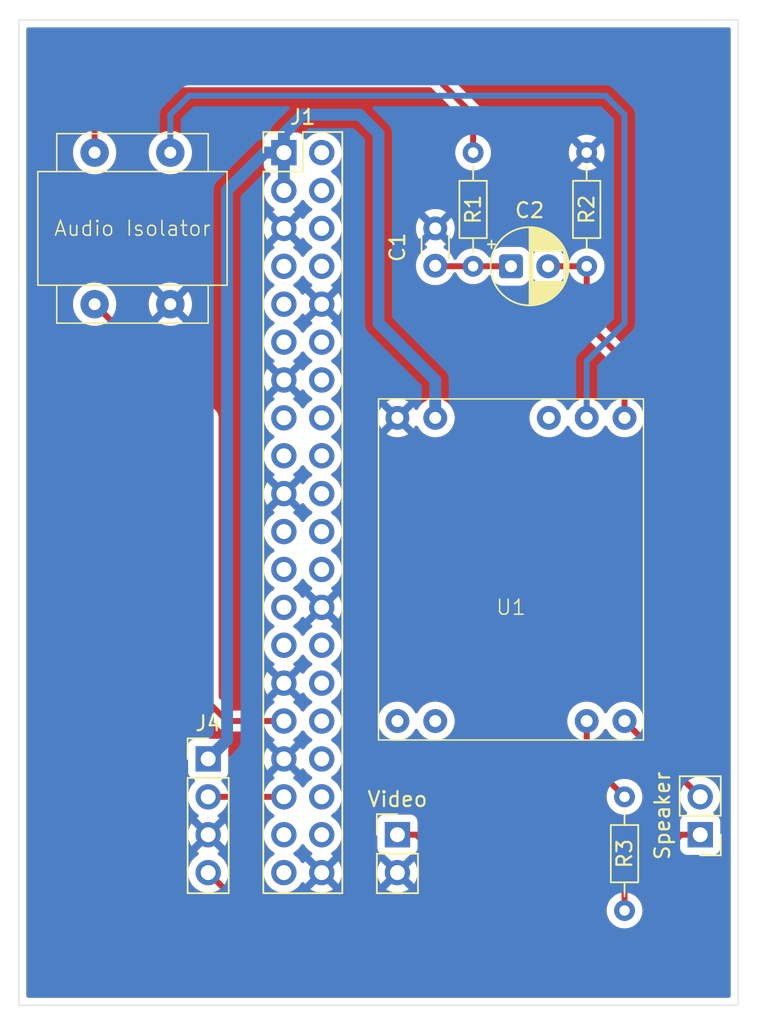
<source format=kicad_pcb>
(kicad_pcb
	(version 20241229)
	(generator "pcbnew")
	(generator_version "9.0")
	(general
		(thickness 1.6)
		(legacy_teardrops no)
	)
	(paper "A4")
	(layers
		(0 "F.Cu" signal)
		(2 "B.Cu" signal)
		(9 "F.Adhes" user "F.Adhesive")
		(11 "B.Adhes" user "B.Adhesive")
		(13 "F.Paste" user)
		(15 "B.Paste" user)
		(5 "F.SilkS" user "F.Silkscreen")
		(7 "B.SilkS" user "B.Silkscreen")
		(1 "F.Mask" user)
		(3 "B.Mask" user)
		(17 "Dwgs.User" user "User.Drawings")
		(19 "Cmts.User" user "User.Comments")
		(21 "Eco1.User" user "User.Eco1")
		(23 "Eco2.User" user "User.Eco2")
		(25 "Edge.Cuts" user)
		(27 "Margin" user)
		(31 "F.CrtYd" user "F.Courtyard")
		(29 "B.CrtYd" user "B.Courtyard")
		(35 "F.Fab" user)
		(33 "B.Fab" user)
		(39 "User.1" user)
		(41 "User.2" user)
		(43 "User.3" user)
		(45 "User.4" user)
	)
	(setup
		(pad_to_mask_clearance 0)
		(allow_soldermask_bridges_in_footprints no)
		(tenting front back)
		(pcbplotparams
			(layerselection 0x00000000_00000000_55555555_5755f5ff)
			(plot_on_all_layers_selection 0x00000000_00000000_00000000_00000000)
			(disableapertmacros no)
			(usegerberextensions no)
			(usegerberattributes yes)
			(usegerberadvancedattributes yes)
			(creategerberjobfile yes)
			(dashed_line_dash_ratio 12.000000)
			(dashed_line_gap_ratio 3.000000)
			(svgprecision 4)
			(plotframeref no)
			(mode 1)
			(useauxorigin no)
			(hpglpennumber 1)
			(hpglpenspeed 20)
			(hpglpendiameter 15.000000)
			(pdf_front_fp_property_popups yes)
			(pdf_back_fp_property_popups yes)
			(pdf_metadata yes)
			(pdf_single_document no)
			(dxfpolygonmode yes)
			(dxfimperialunits yes)
			(dxfusepcbnewfont yes)
			(psnegative no)
			(psa4output no)
			(plot_black_and_white yes)
			(sketchpadsonfab no)
			(plotpadnumbers no)
			(hidednponfab no)
			(sketchdnponfab yes)
			(crossoutdnponfab yes)
			(subtractmaskfromsilk no)
			(outputformat 1)
			(mirror no)
			(drillshape 1)
			(scaleselection 1)
			(outputdirectory "")
		)
	)
	(net 0 "")
	(net 1 "GND")
	(net 2 "Net-(C1-Pad1)")
	(net 3 "Net-(U1-LIN)")
	(net 4 "unconnected-(J1-Pin_14-Pad14)")
	(net 5 "unconnected-(J1-Pin_18-Pad18)")
	(net 6 "unconnected-(J1-Pin_25-Pad25)")
	(net 7 "unconnected-(J1-Pin_24-Pad24)")
	(net 8 "unconnected-(J1-Pin_16-Pad16)")
	(net 9 "unconnected-(J1-Pin_37-Pad37)")
	(net 10 "unconnected-(J1-Pin_30-Pad30)")
	(net 11 "unconnected-(J1-Pin_27-Pad27)")
	(net 12 "unconnected-(J1-Pin_20-Pad20)")
	(net 13 "Net-(J1-Pin_35)")
	(net 14 "unconnected-(J1-Pin_32-Pad32)")
	(net 15 "unconnected-(J1-Pin_11-Pad11)")
	(net 16 "unconnected-(J1-Pin_15-Pad15)")
	(net 17 "unconnected-(J1-Pin_6-Pad6)")
	(net 18 "unconnected-(J1-Pin_21-Pad21)")
	(net 19 "unconnected-(J1-Pin_17-Pad17)")
	(net 20 "+5V")
	(net 21 "unconnected-(J1-Pin_22-Pad22)")
	(net 22 "unconnected-(J1-Pin_12-Pad12)")
	(net 23 "unconnected-(J1-Pin_8-Pad8)")
	(net 24 "unconnected-(J1-Pin_39-Pad39)")
	(net 25 "unconnected-(J1-Pin_34-Pad34)")
	(net 26 "unconnected-(J1-Pin_38-Pad38)")
	(net 27 "unconnected-(J1-Pin_4-Pad4)")
	(net 28 "unconnected-(J1-Pin_9-Pad9)")
	(net 29 "unconnected-(J1-Pin_36-Pad36)")
	(net 30 "Net-(J1-Pin_31)")
	(net 31 "unconnected-(J1-Pin_2-Pad2)")
	(net 32 "unconnected-(J1-Pin_23-Pad23)")
	(net 33 "unconnected-(J1-Pin_7-Pad7)")
	(net 34 "unconnected-(J1-Pin_28-Pad28)")
	(net 35 "Net-(J2-Pin_1)")
	(net 36 "Net-(J3-Pin_2)")
	(net 37 "Net-(J3-Pin_1)")
	(net 38 "Net-(T1-SB)")
	(net 39 "Net-(U1-L+OUT)")
	(net 40 "Net-(T1-SA)")
	(net 41 "unconnected-(U1-R-OUT-Pad9)")
	(net 42 "unconnected-(U1-RIN-Pad3)")
	(net 43 "unconnected-(U1-R+OUT-Pad8)")
	(footprint "Resistor_THT:R_Axial_DIN0204_L3.6mm_D1.6mm_P7.62mm_Horizontal" (layer "F.Cu") (at 129.54 73.66 -90))
	(footprint "Connector_PinHeader_2.54mm:PinHeader_1x02_P2.54mm_Vertical" (layer "F.Cu") (at 137.16 119.38 180))
	(footprint "JailLab:Audio Isolator" (layer "F.Cu") (at 99.06 78.74 180))
	(footprint "JailLab:PAM8403 Module" (layer "F.Cu") (at 124.46 101.6 180))
	(footprint "Connector_PinHeader_2.54mm:PinHeader_1x04_P2.54mm_Vertical" (layer "F.Cu") (at 104.14 114.3))
	(footprint "Resistor_THT:R_Axial_DIN0204_L3.6mm_D1.6mm_P7.62mm_Horizontal" (layer "F.Cu") (at 121.92 73.66 -90))
	(footprint "Connector_PinHeader_2.54mm:PinHeader_2x20_P2.54mm_Vertical" (layer "F.Cu") (at 109.22 73.66))
	(footprint "Capacitor_THT:CP_Radial_D5.0mm_P2.50mm" (layer "F.Cu") (at 124.46 81.28))
	(footprint "Connector_PinHeader_2.54mm:PinHeader_1x02_P2.54mm_Vertical" (layer "F.Cu") (at 116.84 119.38))
	(footprint "Resistor_THT:R_Axial_DIN0204_L3.6mm_D1.6mm_P7.62mm_Horizontal" (layer "F.Cu") (at 132.08 116.84 -90))
	(footprint "Capacitor_THT:C_Disc_D3.0mm_W1.6mm_P2.50mm" (layer "F.Cu") (at 119.38 81.24 90))
	(gr_line
		(start 106.68 66.04)
		(end 137.16 66.04)
		(stroke
			(width 0.05)
			(type solid)
		)
		(layer "Dwgs.User")
		(uuid "0bd32d5a-46cc-4f14-a1c9-715a6b913cd8")
	)
	(gr_line
		(start 137.16 66.04)
		(end 137.16 129.54)
		(stroke
			(width 0.05)
			(type solid)
		)
		(layer "Dwgs.User")
		(uuid "6b9fa4ff-3f15-473d-8ca0-327c2ec2776a")
	)
	(gr_line
		(start 137.16 129.54)
		(end 106.68 129.54)
		(stroke
			(width 0.05)
			(type solid)
		)
		(layer "Dwgs.User")
		(uuid "ac781b55-38a6-41fa-ba52-82faddcfa0ca")
	)
	(gr_line
		(start 106.68 129.54)
		(end 106.68 66.04)
		(stroke
			(width 0.05)
			(type solid)
		)
		(layer "Dwgs.User")
		(uuid "aee041e3-dae4-4c0f-8252-c63f70d94d13")
	)
	(gr_line
		(start 91.44 64.77)
		(end 139.7 64.77)
		(stroke
			(width 0.05)
			(type default)
		)
		(layer "Edge.Cuts")
		(uuid "02aa10d3-3893-476f-9e52-7c176890d882")
	)
	(gr_line
		(start 139.7 64.77)
		(end 139.7 130.81)
		(stroke
			(width 0.05)
			(type default)
		)
		(layer "Edge.Cuts")
		(uuid "29c32f76-556e-4ed6-9635-baa728147fa0")
	)
	(gr_line
		(start 91.44 130.81)
		(end 91.44 64.77)
		(stroke
			(width 0.05)
			(type default)
		)
		(layer "Edge.Cuts")
		(uuid "b238c006-4a5f-4229-9d8c-97abdb560626")
	)
	(gr_line
		(start 139.7 130.81)
		(end 91.44 130.81)
		(stroke
			(width 0.05)
			(type default)
		)
		(layer "Edge.Cuts")
		(uuid "bb4890a0-fc18-40c1-b104-b0b3a0866855")
	)
	(segment
		(start 121.92 81.28)
		(end 119.38 81.28)
		(width 0.4)
		(layer "F.Cu")
		(net 2)
		(uuid "5f7522bb-481a-4f2c-8553-51dcdb9b347a")
	)
	(segment
		(start 124.46 81.28)
		(end 121.92 81.28)
		(width 0.4)
		(layer "F.Cu")
		(net 2)
		(uuid "a980ec36-6d09-4ba2-b171-6a240a06f5e5")
	)
	(segment
		(start 129.54 81.28)
		(end 129.54 85.09)
		(width 0.4)
		(layer "F.Cu")
		(net 3)
		(uuid "3275ea0c-e7a8-4b71-9102-666d8300e085")
	)
	(segment
		(start 129.54 85.09)
		(end 132.08 87.63)
		(width 0.4)
		(layer "F.Cu")
		(net 3)
		(uuid "4f8f1e01-ed83-44b4-9e82-3e45b6832cd3")
	)
	(segment
		(start 132.08 87.63)
		(end 132.08 91.44)
		(width 0.4)
		(layer "F.Cu")
		(net 3)
		(uuid "8e491885-527c-4a02-a2af-a5415e3fe7bf")
	)
	(segment
		(start 129.54 81.28)
		(end 126.96 81.28)
		(width 0.4)
		(layer "F.Cu")
		(net 3)
		(uuid "f3e4f3dd-25d4-4123-a436-f0ba2ecff550")
	)
	(segment
		(start 109.22 116.84)
		(end 104.14 116.84)
		(width 0.4)
		(layer "F.Cu")
		(net 13)
		(uuid "20d93663-1f0c-436a-b95b-1ee0d42fa321")
	)
	(segment
		(start 109.22 73.66)
		(end 107.95 73.66)
		(width 0.8)
		(layer "B.Cu")
		(net 20)
		(uuid "0764a6f6-8f07-435c-9a19-69df94ec1fde")
	)
	(segment
		(start 114.3 71.12)
		(end 115.57 72.39)
		(width 0.8)
		(layer "B.Cu")
		(net 20)
		(uuid "0d05654e-80a4-4dc8-9ac1-20aad8bd8213")
	)
	(segment
		(start 110.49 71.12)
		(end 114.3 71.12)
		(width 0.8)
		(layer "B.Cu")
		(net 20)
		(uuid "219e6144-52d8-427e-9da9-2d8c450a162c")
	)
	(segment
		(start 105.41 113.03)
		(end 104.14 114.3)
		(width 0.8)
		(layer "B.Cu")
		(net 20)
		(uuid "5c6c33ab-d9e1-4e3c-8dc0-11732e92feaa")
	)
	(segment
		(start 119.38 88.9)
		(end 119.38 91.44)
		(width 0.8)
		(layer "B.Cu")
		(net 20)
		(uuid "80e52f53-9e8f-42e6-ac8a-9488bfa131b4")
	)
	(segment
		(start 115.57 85.09)
		(end 119.38 88.9)
		(width 0.8)
		(layer "B.Cu")
		(net 20)
		(uuid "9b0d97cb-90dc-4fed-a38a-aab9340c4eaa")
	)
	(segment
		(start 107.95 73.66)
		(end 105.41 76.2)
		(width 0.8)
		(layer "B.Cu")
		(net 20)
		(uuid "9bcb5e38-ddc8-4431-9fc8-1c942eeef27e")
	)
	(segment
		(start 115.57 72.39)
		(end 115.57 85.09)
		(width 0.8)
		(layer "B.Cu")
		(net 20)
		(uuid "bb3d445a-f36d-4516-b747-bb85920277f2")
	)
	(segment
		(start 109.22 73.66)
		(end 109.22 76.2)
		(width 0.8)
		(layer "B.Cu")
		(net 20)
		(uuid "c9e291ff-4975-44e6-a3a2-adce2e555097")
	)
	(segment
		(start 105.41 76.2)
		(end 105.41 113.03)
		(width 0.8)
		(layer "B.Cu")
		(net 20)
		(uuid "d6b9c8f4-7800-4b4c-9b88-154f494d5666")
	)
	(segment
		(start 109.22 72.39)
		(end 110.49 71.12)
		(width 0.8)
		(layer "B.Cu")
		(net 20)
		(uuid "df01259a-e05a-4fc5-baab-acc08bfa19c9")
	)
	(segment
		(start 109.22 73.66)
		(end 109.22 72.39)
		(width 0.8)
		(layer "B.Cu")
		(net 20)
		(uuid "f0bd01b3-9635-47be-91c5-1b04109458e2")
	)
	(segment
		(start 96.52 83.82)
		(end 104.14 91.44)
		(width 0.4)
		(layer "F.Cu")
		(net 30)
		(uuid "160057b8-e736-422b-8e41-ef66a904d7a9")
	)
	(segment
		(start 105.41 111.76)
		(end 109.22 111.76)
		(width 0.4)
		(layer "F.Cu")
		(net 30)
		(uuid "1f031acf-05e1-4da8-aea4-f0cf325ab170")
	)
	(segment
		(start 104.14 91.44)
		(end 104.14 110.49)
		(width 0.4)
		(layer "F.Cu")
		(net 30)
		(uuid "f277f74d-314c-4219-a76b-ef9d62fbb9d9")
	)
	(segment
		(start 104.14 110.49)
		(end 105.41 111.76)
		(width 0.4)
		(layer "F.Cu")
		(net 30)
		(uuid "f537dde7-0030-434d-988e-2e8b6255d23c")
	)
	(segment
		(start 119.38 123.19)
		(end 119.38 120.65)
		(width 0.4)
		(layer "F.Cu")
		(net 35)
		(uuid "03d1f380-e02f-4d57-b9f0-2f2653c2a29b")
	)
	(segment
		(start 106.68 124.46)
		(end 118.11 124.46)
		(width 0.4)
		(layer "F.Cu")
		(net 35)
		(uuid "3d28ae8e-d0bb-4488-9ba2-1fb39a0a85f9")
	)
	(segment
		(start 119.38 120.65)
		(end 118.11 119.38)
		(width 0.4)
		(layer "F.Cu")
		(net 35)
		(uuid "8466e47b-9aab-48f8-b658-428fbea97ea5")
	)
	(segment
		(start 104.14 121.92)
		(end 106.68 124.46)
		(width 0.4)
		(layer "F.Cu")
		(net 35)
		(uuid "c6883939-6a20-4646-af83-97608843024b")
	)
	(segment
		(start 118.11 119.38)
		(end 116.84 119.38)
		(width 0.4)
		(layer "F.Cu")
		(net 35)
		(uuid "cce7e490-128b-4a5e-ae2e-14d5a27147b7")
	)
	(segment
		(start 118.11 124.46)
		(end 119.38 123.19)
		(width 0.4)
		(layer "F.Cu")
		(net 35)
		(uuid "f2b8f590-709b-420f-b147-d71153fea709")
	)
	(segment
		(start 132.08 111.76)
		(end 137.16 116.84)
		(width 0.4)
		(layer "F.Cu")
		(net 36)
		(uuid "8cdc549e-8f04-4051-ba99-fa9e38546eca")
	)
	(segment
		(start 132.08 123.19)
		(end 135.89 119.38)
		(width 0.4)
		(layer "F.Cu")
		(net 37)
		(uuid "39cae57e-c8ca-473b-aaee-c378d55d34c9")
	)
	(segment
		(start 132.08 124.46)
		(end 132.08 123.19)
		(width 0.4)
		(layer "F.Cu")
		(net 37)
		(uuid "a79e4840-2c96-4a16-9403-4194817c688e")
	)
	(segment
		(start 135.89 119.38)
		(end 137.16 119.38)
		(width 0.4)
		(layer "F.Cu")
		(net 37)
		(uuid "b92231d8-4139-46cb-a1a2-7ec18ec3c143")
	)
	(segment
		(start 99.06 68.58)
		(end 119.38 68.58)
		(width 0.4)
		(layer "F.Cu")
		(net 38)
		(uuid "0c06902e-5ce2-4c1b-9862-c64adaadd279")
	)
	(segment
		(start 96.52 71.12)
		(end 99.06 68.58)
		(width 0.4)
		(layer "F.Cu")
		(net 38)
		(uuid "594566d4-26d9-427b-b631-2529dadd3c0b")
	)
	(segment
		(start 121.92 71.12)
		(end 121.92 73.66)
		(width 0.4)
		(layer "F.Cu")
		(net 38)
		(uuid "9eac2291-9907-44c7-a661-148bccc2cb07")
	)
	(segment
		(start 96.52 73.66)
		(end 96.52 71.12)
		(width 0.4)
		(layer "F.Cu")
		(net 38)
		(uuid "f3b8021b-8301-4974-9aae-9bc5bf10407d")
	)
	(segment
		(start 119.38 68.58)
		(end 121.92 71.12)
		(width 0.4)
		(layer "F.Cu")
		(net 38)
		(uuid "fa444f91-b4bc-412f-b753-1a27ac4587ba")
	)
	(segment
		(start 130.81 114.3)
		(end 129.54 113.03)
		(width 0.4)
		(layer "F.Cu")
		(net 39)
		(uuid "19405295-b311-434b-96b8-e10868756680")
	)
	(segment
		(start 130.81 115.57)
		(end 130.81 114.3)
		(width 0.4)
		(layer "F.Cu")
		(net 39)
		(uuid "bd6b4cbc-0c32-4677-b448-673f88312f35")
	)
	(segment
		(start 132.08 116.84)
		(end 130.81 115.57)
		(width 0.4)
		(layer "F.Cu")
		(net 39)
		(uuid "bddb9a08-c6fc-44e6-a8b6-ae119c118c2a")
	)
	(segment
		(start 129.54 113.03)
		(end 129.54 111.76)
		(width 0.4)
		(layer "F.Cu")
		(net 39)
		(uuid "ca07e167-755a-4997-af9f-244b642f9e27")
	)
	(segment
		(start 130.81 69.85)
		(end 132.08 71.12)
		(width 0.4)
		(layer "B.Cu")
		(net 40)
		(uuid "18f3d54f-ea68-4443-9b08-baca03e2147d")
	)
	(segment
		(start 132.08 71.12)
		(end 132.08 85.09)
		(width 0.4)
		(layer "B.Cu")
		(net 40)
		(uuid "5b7b900c-3e08-4157-bf5a-154eb9481c30")
	)
	(segment
		(start 132.08 85.09)
		(end 129.54 87.63)
		(width 0.4)
		(layer "B.Cu")
		(net 40)
		(uuid "61984bc6-e5ca-4649-972a-f80658a4e1b7")
	)
	(segment
		(start 102.87 69.85)
		(end 130.81 69.85)
		(width 0.4)
		(layer "B.Cu")
		(net 40)
		(uuid "87271713-e20a-425b-a3b7-54a24f119935")
	)
	(segment
		(start 101.6 71.12)
		(end 102.87 69.85)
		(width 0.4)
		(layer "B.Cu")
		(net 40)
		(uuid "99befd7a-5e12-4796-825c-7d679ddc4430")
	)
	(segment
		(start 101.6 73.66)
		(end 101.6 71.12)
		(width 0.4)
		(layer "B.Cu")
		(net 40)
		(uuid "b4071bbe-f77c-4f21-ae65-a8dda3abf4d7")
	)
	(segment
		(start 129.54 87.63)
		(end 129.54 91.44)
		(width 0.4)
		(layer "B.Cu")
		(net 40)
		(uuid "cae33b42-33bc-4f69-9dd0-dec79a10a97a")
	)
	(zone
		(net 1)
		(net_name "GND")
		(layer "F.Cu")
		(uuid "6ac46a0c-5678-4d4b-895d-f972a5d2bd53")
		(hatch edge 0.5)
		(connect_pads
			(clearance 0.5)
		)
		(min_thickness 0.25)
		(filled_areas_thickness no)
		(fill yes
			(thermal_gap 0.5)
			(thermal_bridge_width 0.5)
		)
		(polygon
			(pts
				(xy 90.17 63.5) (xy 140.97 63.5) (xy 140.97 132.08) (xy 90.17 132.08)
			)
		)
		(filled_polygon
			(layer "F.Cu")
			(pts
				(xy 110.561444 120.033999) (xy 110.600486 120.079056) (xy 110.604951 120.08782) (xy 110.72989 120.259786)
				(xy 110.880213 120.410109) (xy 111.052179 120.535048) (xy 111.052181 120.535049) (xy 111.052184 120.535051)
				(xy 111.061493 120.539794) (xy 111.11229 120.587766) (xy 111.129087 120.655587) (xy 111.106552 120.721722)
				(xy 111.061505 120.76076) (xy 111.052446 120.765376) (xy 111.05244 120.76538) (xy 110.998282 120.804727)
				(xy 110.998282 120.804728) (xy 111.630591 121.437037) (xy 111.567007 121.454075) (xy 111.452993 121.519901)
				(xy 111.359901 121.612993) (xy 111.294075 121.727007) (xy 111.277037 121.790591) (xy 110.644728 121.158282)
				(xy 110.644727 121.158282) (xy 110.60538 121.21244) (xy 110.605376 121.212446) (xy 110.60076 121.221505)
				(xy 110.552781 121.272297) (xy 110.484959 121.289087) (xy 110.418826 121.266543) (xy 110.379794 121.221493)
				(xy 110.375051 121.212184) (xy 110.375049 121.212181) (xy 110.375048 121.212179) (xy 110.250109 121.040213)
				(xy 110.099786 120.88989) (xy 109.92782 120.764951) (xy 109.9196 120.760763) (xy 109.919054 120.760485)
				(xy 109.868259 120.712512) (xy 109.851463 120.644692) (xy 109.873999 120.578556) (xy 109.919054 120.539515)
				(xy 109.927816 120.535051) (xy 110.014138 120.472335) (xy 110.099786 120.410109) (xy 110.099792 120.410104)
				(xy 110.172414 120.337482) (xy 110.250104 120.259792) (xy 110.250106 120.259788) (xy 110.250109 120.259786)
				(xy 110.375048 120.08782) (xy 110.375047 120.08782) (xy 110.375051 120.087816) (xy 110.379514 120.079054)
				(xy 110.427488 120.028259) (xy 110.495308 120.011463)
			)
		)
		(filled_polygon
			(layer "F.Cu")
			(pts
				(xy 110.33527 115.061717) (xy 110.33527 115.061716) (xy 110.374622 115.007555) (xy 110.379232 114.998507)
				(xy 110.427205 114.947709) (xy 110.495025 114.930912) (xy 110.561161 114.953447) (xy 110.600204 114.998504)
				(xy 110.604949 115.007817) (xy 110.72989 115.179786) (xy 110.880213 115.330109) (xy 111.052182 115.45505)
				(xy 111.060946 115.459516) (xy 111.111742 115.507491) (xy 111.128536 115.575312) (xy 111.105998 115.641447)
				(xy 111.060946 115.680484) (xy 111.052182 115.684949) (xy 110.880213 115.80989) (xy 110.72989 115.960213)
				(xy 110.604949 116.132182) (xy 110.600484 116.140946) (xy 110.552509 116.191742) (xy 110.484688 116.208536)
				(xy 110.418553 116.185998) (xy 110.379516 116.140946) (xy 110.37505 116.132182) (xy 110.250109 115.960213)
				(xy 110.099786 115.80989) (xy 109.927817 115.684949) (xy 109.918504 115.680204) (xy 109.867707 115.63223)
				(xy 109.850912 115.564409) (xy 109.873449 115.498274) (xy 109.918507 115.459232) (xy 109.927555 115.454622)
				(xy 109.981716 115.41527) (xy 109.981717 115.41527) (xy 109.349408 114.782962) (xy 109.412993 114.765925)
				(xy 109.527007 114.700099) (xy 109.620099 114.607007) (xy 109.685925 114.492993) (xy 109.702962 114.429409)
			)
		)
		(filled_polygon
			(layer "F.Cu")
			(pts
				(xy 110.561444 112.413999) (xy 110.600484 112.459054) (xy 110.604591 112.467115) (xy 110.604951 112.46782)
				(xy 110.72989 112.639786) (xy 110.880213 112.790109) (xy 111.052182 112.91505) (xy 111.060946 112.919516)
				(xy 111.111742 112.967491) (xy 111.128536 113.035312) (xy 111.105998 113.101447) (xy 111.060946 113.140484)
				(xy 111.052182 113.144949) (xy 110.880213 113.26989) (xy 110.72989 113.420213) (xy 110.604949 113.592182)
				(xy 110.600202 113.601499) (xy 110.552227 113.652293) (xy 110.484405 113.669087) (xy 110.418271 113.646548)
				(xy 110.379234 113.601495) (xy 110.374626 113.592452) (xy 110.33527 113.538282) (xy 110.335269 113.538282)
				(xy 109.702962 114.17059) (xy 109.685925 114.107007) (xy 109.620099 113.992993) (xy 109.527007 113.899901)
				(xy 109.412993 113.834075) (xy 109.349409 113.817037) (xy 109.981716 113.184728) (xy 109.927547 113.145373)
				(xy 109.927547 113.145372) (xy 109.9185 113.140763) (xy 109.867706 113.092788) (xy 109.850912 113.024966)
				(xy 109.873451 112.958832) (xy 109.918508 112.919793) (xy 109.927816 112.915051) (xy 110.007007 112.857515)
				(xy 110.099786 112.790109) (xy 110.099788 112.790106) (xy 110.099792 112.790104) (xy 110.250104 112.639792)
				(xy 110.250106 112.639788) (xy 110.250109 112.639786) (xy 110.375048 112.46782) (xy 110.375047 112.46782)
				(xy 110.375051 112.467816) (xy 110.379514 112.459054) (xy 110.427488 112.408259) (xy 110.495308 112.391463)
			)
		)
		(filled_polygon
			(layer "F.Cu")
			(pts
				(xy 110.33527 109.981717) (xy 110.33527 109.981716) (xy 110.374622 109.927555) (xy 110.379232 109.918507)
				(xy 110.427205 109.867709) (xy 110.495025 109.850912) (xy 110.561161 109.873447) (xy 110.600204 109.918504)
				(xy 110.604949 109.927817) (xy 110.72989 110.099786) (xy 110.880213 110.250109) (xy 111.052182 110.37505)
				(xy 111.060946 110.379516) (xy 111.111742 110.427491) (xy 111.128536 110.495312) (xy 111.105998 110.561447)
				(xy 111.060946 110.600484) (xy 111.052182 110.604949) (xy 110.880213 110.72989) (xy 110.72989 110.880213)
				(xy 110.604949 111.052182) (xy 110.600484 111.060946) (xy 110.552509 111.111742) (xy 110.484688 111.128536)
				(xy 110.418553 111.105998) (xy 110.379516 111.060946) (xy 110.37505 111.052182) (xy 110.250109 110.880213)
				(xy 110.099786 110.72989) (xy 109.927817 110.604949) (xy 109.918504 110.600204) (xy 109.867707 110.55223)
				(xy 109.850912 110.484409) (xy 109.873449 110.418274) (xy 109.918507 110.379232) (xy 109.927555 110.374622)
				(xy 109.981716 110.33527) (xy 109.981717 110.33527) (xy 109.349408 109.702962) (xy 109.412993 109.685925)
				(xy 109.527007 109.620099) (xy 109.620099 109.527007) (xy 109.685925 109.412993) (xy 109.702962 109.349409)
			)
		)
		(filled_polygon
			(layer "F.Cu")
			(pts
				(xy 110.561444 107.333999) (xy 110.600486 107.379056) (xy 110.604951 107.38782) (xy 110.72989 107.559786)
				(xy 110.880213 107.710109) (xy 111.052182 107.83505) (xy 111.060946 107.839516) (xy 111.111742 107.887491)
				(xy 111.128536 107.955312) (xy 111.105998 108.021447) (xy 111.060946 108.060484) (xy 111.052182 108.064949)
				(xy 110.880213 108.18989) (xy 110.72989 108.340213) (xy 110.604949 108.512182) (xy 110.600202 108.521499)
				(xy 110.552227 108.572293) (xy 110.484405 108.589087) (xy 110.418271 108.566548) (xy 110.379234 108.521495)
				(xy 110.374626 108.512452) (xy 110.33527 108.458282) (xy 110.335269 108.458282) (xy 109.702962 109.09059)
				(xy 109.685925 109.027007) (xy 109.620099 108.912993) (xy 109.527007 108.819901) (xy 109.412993 108.754075)
				(xy 109.349409 108.737037) (xy 109.981716 108.104728) (xy 109.927547 108.065373) (xy 109.927547 108.065372)
				(xy 109.9185 108.060763) (xy 109.867706 108.012788) (xy 109.850912 107.944966) (xy 109.873451 107.878832)
				(xy 109.918508 107.839793) (xy 109.927816 107.835051) (xy 110.007007 107.777515) (xy 110.099786 107.710109)
				(xy 110.099788 107.710106) (xy 110.099792 107.710104) (xy 110.250104 107.559792) (xy 110.250106 107.559788)
				(xy 110.250109 107.559786) (xy 110.375048 107.38782) (xy 110.375047 107.38782) (xy 110.375051 107.387816)
				(xy 110.379514 107.379054) (xy 110.427488 107.328259) (xy 110.495308 107.311463)
			)
		)
		(filled_polygon
			(layer "F.Cu")
			(pts
				(xy 111.294075 104.332993) (xy 111.359901 104.447007) (xy 111.452993 104.540099) (xy 111.567007 104.605925)
				(xy 111.63059 104.622962) (xy 110.998282 105.255269) (xy 110.998282 105.25527) (xy 111.052452 105.294626)
				(xy 111.052451 105.294626) (xy 111.061495 105.299234) (xy 111.112292 105.347208) (xy 111.129087 105.415029)
				(xy 111.10655 105.481164) (xy 111.061499 105.520202) (xy 111.052182 105.524949) (xy 110.880213 105.64989)
				(xy 110.72989 105.800213) (xy 110.604949 105.972182) (xy 110.600484 105.980946) (xy 110.552509 106.031742)
				(xy 110.484688 106.048536) (xy 110.418553 106.025998) (xy 110.379516 105.980946) (xy 110.37505 105.972182)
				(xy 110.250109 105.800213) (xy 110.099786 105.64989) (xy 109.92782 105.524951) (xy 109.927115 105.524591)
				(xy 109.919054 105.520485) (xy 109.868259 105.472512) (xy 109.851463 105.404692) (xy 109.873999 105.338556)
				(xy 109.919054 105.299515) (xy 109.927816 105.295051) (xy 109.982572 105.255269) (xy 110.099786 105.170109)
				(xy 110.099788 105.170106) (xy 110.099792 105.170104) (xy 110.250104 105.019792) (xy 110.250106 105.019788)
				(xy 110.250109 105.019786) (xy 110.33589 104.901717) (xy 110.375051 104.847816) (xy 110.379793 104.838508)
				(xy 110.427763 104.787711) (xy 110.495583 104.770911) (xy 110.561719 104.793445) (xy 110.600763 104.8385)
				(xy 110.605373 104.847547) (xy 110.644728 104.901716) (xy 111.277037 104.269408)
			)
		)
		(filled_polygon
			(layer "F.Cu")
			(pts
				(xy 110.561444 102.253999) (xy 110.600486 102.299056) (xy 110.604951 102.30782) (xy 110.72989 102.479786)
				(xy 110.880213 102.630109) (xy 111.052179 102.755048) (xy 111.052181 102.755049) (xy 111.052184 102.755051)
				(xy 111.061493 102.759794) (xy 111.11229 102.807766) (xy 111.129087 102.875587) (xy 111.106552 102.941722)
				(xy 111.061505 102.98076) (xy 111.052446 102.985376) (xy 111.05244 102.98538) (xy 110.998282 103.024727)
				(xy 110.998282 103.024728) (xy 111.630591 103.657037) (xy 111.567007 103.674075) (xy 111.452993 103.739901)
				(xy 111.359901 103.832993) (xy 111.294075 103.947007) (xy 111.277037 104.010591) (xy 110.644728 103.378282)
				(xy 110.644727 103.378282) (xy 110.60538 103.43244) (xy 110.605376 103.432446) (xy 110.60076 103.441505)
				(xy 110.552781 103.492297) (xy 110.484959 103.509087) (xy 110.418826 103.486543) (xy 110.379794 103.441493)
				(xy 110.375051 103.432184) (xy 110.375049 103.432181) (xy 110.375048 103.432179) (xy 110.250109 103.260213)
				(xy 110.099786 103.10989) (xy 109.92782 102.984951) (xy 109.9196 102.980763) (xy 109.919054 102.980485)
				(xy 109.868259 102.932512) (xy 109.851463 102.864692) (xy 109.873999 102.798556) (xy 109.919054 102.759515)
				(xy 109.927816 102.755051) (xy 109.949789 102.739086) (xy 110.099786 102.630109) (xy 110.099788 102.630106)
				(xy 110.099792 102.630104) (xy 110.250104 102.479792) (xy 110.250106 102.479788) (xy 110.250109 102.479786)
				(xy 110.375048 102.30782) (xy 110.375047 102.30782) (xy 110.375051 102.307816) (xy 110.379514 102.299054)
				(xy 110.427488 102.248259) (xy 110.495308 102.231463)
			)
		)
		(filled_polygon
			(layer "F.Cu")
			(pts
				(xy 110.33527 97.281717) (xy 110.33527 97.281716) (xy 110.374622 97.227555) (xy 110.379232 97.218507)
				(xy 110.427205 97.167709) (xy 110.495025 97.150912) (xy 110.561161 97.173447) (xy 110.600204 97.218504)
				(xy 110.604949 97.227817) (xy 110.72989 97.399786) (xy 110.880213 97.550109) (xy 111.052182 97.67505)
				(xy 111.060946 97.679516) (xy 111.111742 97.727491) (xy 111.128536 97.795312) (xy 111.105998 97.861447)
				(xy 111.060946 97.900484) (xy 111.052182 97.904949) (xy 110.880213 98.02989) (xy 110.72989 98.180213)
				(xy 110.604949 98.352182) (xy 110.600484 98.360946) (xy 110.552509 98.411742) (xy 110.484688 98.428536)
				(xy 110.418553 98.405998) (xy 110.379516 98.360946) (xy 110.37505 98.352182) (xy 110.250109 98.180213)
				(xy 110.099786 98.02989) (xy 109.927817 97.904949) (xy 109.918504 97.900204) (xy 109.867707 97.85223)
				(xy 109.850912 97.784409) (xy 109.873449 97.718274) (xy 109.918507 97.679232) (xy 109.927555 97.674622)
				(xy 109.981716 97.63527) (xy 109.981717 97.63527) (xy 109.349408 97.002962) (xy 109.412993 96.985925)
				(xy 109.527007 96.920099) (xy 109.620099 96.827007) (xy 109.685925 96.712993) (xy 109.702962 96.649409)
			)
		)
		(filled_polygon
			(layer "F.Cu")
			(pts
				(xy 110.561444 94.633999) (xy 110.600486 94.679056) (xy 110.604951 94.68782) (xy 110.72989 94.859786)
				(xy 110.880213 95.010109) (xy 111.052182 95.13505) (xy 111.060946 95.139516) (xy 111.111742 95.187491)
				(xy 111.128536 95.255312) (xy 111.105998 95.321447) (xy 111.060946 95.360484) (xy 111.052182 95.364949)
				(xy 110.880213 95.48989) (xy 110.72989 95.640213) (xy 110.604949 95.812182) (xy 110.600202 95.821499)
				(xy 110.552227 95.872293) (xy 110.484405 95.889087) (xy 110.418271 95.866548) (xy 110.379234 95.821495)
				(xy 110.374626 95.812452) (xy 110.33527 95.758282) (xy 110.335269 95.758282) (xy 109.702962 96.39059)
				(xy 109.685925 96.327007) (xy 109.620099 96.212993) (xy 109.527007 96.119901) (xy 109.412993 96.054075)
				(xy 109.349409 96.037037) (xy 109.981716 95.404728) (xy 109.927547 95.365373) (xy 109.927547 95.365372)
				(xy 109.9185 95.360763) (xy 109.867706 95.312788) (xy 109.850912 95.244966) (xy 109.873451 95.178832)
				(xy 109.918508 95.139793) (xy 109.927816 95.135051) (xy 110.007007 95.077515) (xy 110.099786 95.010109)
				(xy 110.099788 95.010106) (xy 110.099792 95.010104) (xy 110.250104 94.859792) (xy 110.250106 94.859788)
				(xy 110.250109 94.859786) (xy 110.375048 94.68782) (xy 110.375047 94.68782) (xy 110.375051 94.687816)
				(xy 110.379514 94.679054) (xy 110.427488 94.628259) (xy 110.495308 94.611463)
			)
		)
		(filled_polygon
			(layer "F.Cu")
			(pts
				(xy 110.33527 89.661717) (xy 110.33527 89.661716) (xy 110.374622 89.607555) (xy 110.379232 89.598507)
				(xy 110.427205 89.547709) (xy 110.495025 89.530912) (xy 110.561161 89.553447) (xy 110.600204 89.598504)
				(xy 110.604949 89.607817) (xy 110.72989 89.779786) (xy 110.880213 89.930109) (xy 111.052182 90.05505)
				(xy 111.060946 90.059516) (xy 111.111742 90.107491) (xy 111.128536 90.175312) (xy 111.105998 90.241447)
				(xy 111.060946 90.280484) (xy 111.052182 90.284949) (xy 110.880213 90.40989) (xy 110.72989 90.560213)
				(xy 110.604949 90.732182) (xy 110.600484 90.740946) (xy 110.552509 90.791742) (xy 110.484688 90.808536)
				(xy 110.418553 90.785998) (xy 110.379516 90.740946) (xy 110.37505 90.732182) (xy 110.250109 90.560213)
				(xy 110.099786 90.40989) (xy 109.927817 90.284949) (xy 109.918504 90.280204) (xy 109.867707 90.23223)
				(xy 109.850912 90.164409) (xy 109.873449 90.098274) (xy 109.918507 90.059232) (xy 109.927555 90.054622)
				(xy 109.981716 90.01527) (xy 109.981717 90.01527) (xy 109.349408 89.382962) (xy 109.412993 89.365925)
				(xy 109.527007 89.300099) (xy 109.620099 89.207007) (xy 109.685925 89.092993) (xy 109.702962 89.029409)
			)
		)
		(filled_polygon
			(layer "F.Cu")
			(pts
				(xy 110.561444 87.013999) (xy 110.600486 87.059056) (xy 110.604951 87.06782) (xy 110.72989 87.239786)
				(xy 110.880213 87.390109) (xy 111.052182 87.51505) (xy 111.060946 87.519516) (xy 111.111742 87.567491)
				(xy 111.128536 87.635312) (xy 111.105998 87.701447) (xy 111.060946 87.740484) (xy 111.052182 87.744949)
				(xy 110.880213 87.86989) (xy 110.72989 88.020213) (xy 110.604949 88.192182) (xy 110.600202 88.201499)
				(xy 110.552227 88.252293) (xy 110.484405 88.269087) (xy 110.418271 88.246548) (xy 110.379234 88.201495)
				(xy 110.374626 88.192452) (xy 110.33527 88.138282) (xy 110.335269 88.138282) (xy 109.702962 88.77059)
				(xy 109.685925 88.707007) (xy 109.620099 88.592993) (xy 109.527007 88.499901) (xy 109.412993 88.434075)
				(xy 109.349409 88.417037) (xy 109.981716 87.784728) (xy 109.927547 87.745373) (xy 109.927547 87.745372)
				(xy 109.9185 87.740763) (xy 109.867706 87.692788) (xy 109.850912 87.624966) (xy 109.873451 87.558832)
				(xy 109.918508 87.519793) (xy 109.927816 87.515051) (xy 110.050837 87.425672) (xy 110.099786 87.390109)
				(xy 110.099788 87.390106) (xy 110.099792 87.390104) (xy 110.250104 87.239792) (xy 110.250106 87.239788)
				(xy 110.250109 87.239786) (xy 110.375048 87.06782) (xy 110.375047 87.06782) (xy 110.375051 87.067816)
				(xy 110.379514 87.059054) (xy 110.427488 87.008259) (xy 110.495308 86.991463)
			)
		)
		(filled_polygon
			(layer "F.Cu")
			(pts
				(xy 111.294075 84.012993) (xy 111.359901 84.127007) (xy 111.452993 84.220099) (xy 111.567007 84.285925)
				(xy 111.63059 84.302962) (xy 110.998282 84.935269) (xy 110.998282 84.93527) (xy 111.052452 84.974626)
				(xy 111.052451 84.974626) (xy 111.061495 84.979234) (xy 111.112292 85.027208) (xy 111.129087 85.095029)
				(xy 111.10655 85.161164) (xy 111.061499 85.200202) (xy 111.052182 85.204949) (xy 110.880213 85.32989)
				(xy 110.72989 85.480213) (xy 110.604949 85.652182) (xy 110.600484 85.660946) (xy 110.552509 85.711742)
				(xy 110.484688 85.728536) (xy 110.418553 85.705998) (xy 110.379516 85.660946) (xy 110.37505 85.652182)
				(xy 110.250109 85.480213) (xy 110.099786 85.32989) (xy 109.92782 85.204951) (xy 109.927115 85.204591)
				(xy 109.919054 85.200485) (xy 109.868259 85.152512) (xy 109.851463 85.084692) (xy 109.873999 85.018556)
				(xy 109.919054 84.979515) (xy 109.927816 84.975051) (xy 109.992187 84.928283) (xy 110.099786 84.850109)
				(xy 110.099788 84.850106) (xy 110.099792 84.850104) (xy 110.250104 84.699792) (xy 110.250106 84.699788)
				(xy 110.250109 84.699786) (xy 110.33589 84.581717) (xy 110.375051 84.527816) (xy 110.379793 84.518508)
				(xy 110.427763 84.467711) (xy 110.495583 84.450911) (xy 110.561719 84.473445) (xy 110.600763 84.5185)
				(xy 110.605373 84.527547) (xy 110.644728 84.581716) (xy 111.277037 83.949408)
			)
		)
		(filled_polygon
			(layer "F.Cu")
			(pts
				(xy 110.561444 81.933999) (xy 110.600484 81.979054) (xy 110.602392 81.982797) (xy 110.604951 81.98782)
				(xy 110.72989 82.159786) (xy 110.880213 82.310109) (xy 111.052179 82.435048) (xy 111.052181 82.435049)
				(xy 111.052184 82.435051) (xy 111.061493 82.439794) (xy 111.11229 82.487766) (xy 111.129087 82.555587)
				(xy 111.106552 82.621722) (xy 111.061505 82.66076) (xy 111.052446 82.665376) (xy 111.05244 82.66538)
				(xy 110.998282 82.704727) (xy 110.998282 82.704728) (xy 111.630591 83.337037) (xy 111.567007 83.354075)
				(xy 111.452993 83.419901) (xy 111.359901 83.512993) (xy 111.294075 83.627007) (xy 111.277037 83.690591)
				(xy 110.644728 83.058282) (xy 110.644727 83.058282) (xy 110.60538 83.11244) (xy 110.605376 83.112446)
				(xy 110.60076 83.121505) (xy 110.552781 83.172297) (xy 110.484959 83.189087) (xy 110.418826 83.166543)
				(xy 110.379794 83.121493) (xy 110.375051 83.112184) (xy 110.375049 83.112181) (xy 110.375048 83.112179)
				(xy 110.250109 82.940213) (xy 110.099786 82.78989) (xy 109.92782 82.664951) (xy 109.9196 82.660763)
				(xy 109.919054 82.660485) (xy 109.868259 82.612512) (xy 109.851463 82.544692) (xy 109.873999 82.478556)
				(xy 109.919054 82.439515) (xy 109.927816 82.435051) (xy 110.041736 82.352284) (xy 110.099786 82.310109)
				(xy 110.099788 82.310106) (xy 110.099792 82.310104) (xy 110.250104 82.159792) (xy 110.250106 82.159788)
				(xy 110.250109 82.159786) (xy 110.374228 81.988949) (xy 110.375051 81.987816) (xy 110.379514 81.979054)
				(xy 110.427488 81.928259) (xy 110.495308 81.911463)
			)
		)
		(filled_polygon
			(layer "F.Cu")
			(pts
				(xy 110.33527 79.501717) (xy 110.33527 79.501716) (xy 110.374622 79.447555) (xy 110.379232 79.438507)
				(xy 110.427205 79.387709) (xy 110.495025 79.370912) (xy 110.561161 79.393447) (xy 110.600204 79.438504)
				(xy 110.604949 79.447817) (xy 110.72989 79.619786) (xy 110.880213 79.770109) (xy 111.052182 79.89505)
				(xy 111.060946 79.899516) (xy 111.111742 79.947491) (xy 111.128536 80.015312) (xy 111.105998 80.081447)
				(xy 111.060946 80.120484) (xy 111.052182 80.124949) (xy 110.880213 80.24989) (xy 110.72989 80.400213)
				(xy 110.604949 80.572182) (xy 110.600484 80.580946) (xy 110.552509 80.631742) (xy 110.484688 80.648536)
				(xy 110.418553 80.625998) (xy 110.379516 80.580946) (xy 110.37505 80.572182) (xy 110.250109 80.400213)
				(xy 110.099786 80.24989) (xy 109.927817 80.124949) (xy 109.918504 80.120204) (xy 109.867707 80.07223)
				(xy 109.850912 80.004409) (xy 109.873449 79.938274) (xy 109.918507 79.899232) (xy 109.927555 79.894622)
				(xy 109.981716 79.85527) (xy 109.981717 79.85527) (xy 109.349408 79.222962) (xy 109.412993 79.205925)
				(xy 109.527007 79.140099) (xy 109.620099 79.047007) (xy 109.685925 78.932993) (xy 109.702962 78.869409)
			)
		)
		(filled_polygon
			(layer "F.Cu")
			(pts
				(xy 110.561444 76.853999) (xy 110.600486 76.899056) (xy 110.604951 76.90782) (xy 110.72989 77.079786)
				(xy 110.880213 77.230109) (xy 111.052182 77.35505) (xy 111.060946 77.359516) (xy 111.111742 77.407491)
				(xy 111.128536 77.475312) (xy 111.105998 77.541447) (xy 111.060946 77.580484) (xy 111.052182 77.584949)
				(xy 110.880213 77.70989) (xy 110.72989 77.860213) (xy 110.604949 78.032182) (xy 110.600202 78.041499)
				(xy 110.552227 78.092293) (xy 110.484405 78.109087) (xy 110.418271 78.086548) (xy 110.379234 78.041495)
				(xy 110.374626 78.032452) (xy 110.33527 77.978282) (xy 110.335269 77.978282) (xy 109.702962 78.61059)
				(xy 109.685925 78.547007) (xy 109.620099 78.432993) (xy 109.527007 78.339901) (xy 109.412993 78.274075)
				(xy 109.349409 78.257037) (xy 109.981716 77.624728) (xy 109.927547 77.585373) (xy 109.927547 77.585372)
				(xy 109.9185 77.580763) (xy 109.867706 77.532788) (xy 109.850912 77.464966) (xy 109.873451 77.398832)
				(xy 109.918508 77.359793) (xy 109.927816 77.355051) (xy 110.007007 77.297515) (xy 110.099786 77.230109)
				(xy 110.099788 77.230106) (xy 110.099792 77.230104) (xy 110.250104 77.079792) (xy 110.250106 77.079788)
				(xy 110.250109 77.079786) (xy 110.375048 76.90782) (xy 110.375047 76.90782) (xy 110.375051 76.907816)
				(xy 110.379514 76.899054) (xy 110.427488 76.848259) (xy 110.495308 76.831463)
			)
		)
		(filled_polygon
			(layer "F.Cu")
			(pts
				(xy 139.142539 65.290185) (xy 139.188294 65.342989) (xy 139.1995 65.3945) (xy 139.1995 130.1855)
				(xy 139.179815 130.252539) (xy 139.127011 130.298294) (xy 139.0755 130.3095) (xy 92.0645 130.3095)
				(xy 91.997461 130.289815) (xy 91.951706 130.237011) (xy 91.9405 130.1855) (xy 91.9405 83.705646)
				(xy 95.067 83.705646) (xy 95.067 83.934353) (xy 95.102778 84.160246) (xy 95.102778 84.160249) (xy 95.17345 84.377755)
				(xy 95.245169 84.51851) (xy 95.277283 84.581538) (xy 95.411714 84.766566) (xy 95.573434 84.928286)
				(xy 95.758462 85.062717) (xy 95.94742 85.158996) (xy 95.962244 85.166549) (xy 96.179751 85.237221)
				(xy 96.179752 85.237221) (xy 96.179755 85.237222) (xy 96.405646 85.273) (xy 96.405647 85.273) (xy 96.634353 85.273)
				(xy 96.634354 85.273) (xy 96.860245 85.237222) (xy 96.860259 85.237217) (xy 96.862322 85.236723)
				(xy 96.863138 85.236763) (xy 96.865057 85.23646) (xy 96.86512 85.236862) (xy 96.932104 85.240209)
				(xy 96.978957 85.269614) (xy 103.403181 91.693837) (xy 103.436666 91.75516) (xy 103.4395 91.781518)
				(xy 103.4395 110.421006) (xy 103.4395 110.558994) (xy 103.4395 110.558996) (xy 103.439499 110.558996)
				(xy 103.466418 110.694322) (xy 103.466421 110.694332) (xy 103.519222 110.821807) (xy 103.595887 110.936545)
				(xy 104.963454 112.304112) (xy 105.07819 112.380776) (xy 105.158398 112.413999) (xy 105.205671 112.43358)
				(xy 105.205672 112.43358) (xy 105.205677 112.433582) (xy 105.232545 112.438925) (xy 105.232551 112.438926)
				(xy 105.232591 112.438934) (xy 105.322937 112.456905) (xy 105.341006 112.4605) (xy 105.341007 112.4605)
				(xy 107.996453 112.4605) (xy 108.063492 112.480185) (xy 108.096769 112.511614) (xy 108.131842 112.559887)
				(xy 108.189892 112.639788) (xy 108.340213 112.790109) (xy 108.512179 112.915048) (xy 108.512181 112.915049)
				(xy 108.512184 112.915051) (xy 108.521493 112.919794) (xy 108.57229 112.967766) (xy 108.589087 113.035587)
				(xy 108.566552 113.101722) (xy 108.521505 113.14076) (xy 108.512446 113.145376) (xy 108.51244 113.14538)
				(xy 108.458282 113.184727) (xy 108.458282 113.184728) (xy 109.090591 113.817037) (xy 109.027007 113.834075)
				(xy 108.912993 113.899901) (xy 108.819901 113.992993) (xy 108.754075 114.107007) (xy 108.737037 114.170591)
				(xy 108.104728 113.538282) (xy 108.104727 113.538282) (xy 108.06538 113.592439) (xy 107.968904 113.781782)
				(xy 107.903242 113.983869) (xy 107.903242 113.983872) (xy 107.87 114.193753) (xy 107.87 114.406246)
				(xy 107.903242 114.616127) (xy 107.903242 114.61613) (xy 107.968904 114.818217) (xy 108.065375 115.00755)
				(xy 108.104728 115.061716) (xy 108.737037 114.429408) (xy 108.754075 114.492993) (xy 108.819901 114.607007)
				(xy 108.912993 114.700099) (xy 109.027007 114.765925) (xy 109.09059 114.782962) (xy 108.458282 115.415269)
				(xy 108.458282 115.41527) (xy 108.512452 115.454626) (xy 108.512451 115.454626) (xy 108.521495 115.459234)
				(xy 108.572292 115.507208) (xy 108.589087 115.575029) (xy 108.56655 115.641164) (xy 108.521499 115.680202)
				(xy 108.512182 115.684949) (xy 108.340213 115.80989) (xy 108.189892 115.960211) (xy 108.148964 116.016546)
				(xy 108.09677 116.088385) (xy 108.041442 116.131051) (xy 107.996453 116.1395) (xy 105.363547 116.1395)
				(xy 105.296508 116.119815) (xy 105.26323 116.088385) (xy 105.211035 116.016545) (xy 105.170107 115.960211)
				(xy 105.056569 115.846673) (xy 105.023084 115.78535) (xy 105.028068 115.715658) (xy 105.06994 115.659725)
				(xy 105.100915 115.64281) (xy 105.232331 115.593796) (xy 105.347546 115.507546) (xy 105.433796 115.392331)
				(xy 105.484091 115.257483) (xy 105.4905 115.197873) (xy 105.490499 113.402128) (xy 105.484091 113.342517)
				(xy 105.433796 113.207669) (xy 105.433795 113.207668) (xy 105.433793 113.207664) (xy 105.347547 113.092455)
				(xy 105.347544 113.092452) (xy 105.232335 113.006206) (xy 105.232328 113.006202) (xy 105.097482 112.955908)
				(xy 105.097483 112.955908) (xy 105.037883 112.949501) (xy 105.037881 112.9495) (xy 105.037873 112.9495)
				(xy 105.037864 112.9495) (xy 103.242129 112.9495) (xy 103.242123 112.949501) (xy 103.182516 112.955908)
				(xy 103.047671 113.006202) (xy 103.047664 113.006206) (xy 102.932455 113.092452) (xy 102.932452 113.092455)
				(xy 102.846206 113.207664) (xy 102.846202 113.207671) (xy 102.795908 113.342517) (xy 102.789501 113.402116)
				(xy 102.789501 113.402123) (xy 102.7895 113.402135) (xy 102.7895 115.19787) (xy 102.789501 115.197876)
				(xy 102.795908 115.257483) (xy 102.846202 115.392328) (xy 102.846206 115.392335) (xy 102.932452 115.507544)
				(xy 102.932455 115.507547) (xy 103.047664 115.593793) (xy 103.047671 115.593797) (xy 103.179082 115.64281)
				(xy 103.235016 115.684681) (xy 103.259433 115.750145) (xy 103.244582 115.818418) (xy 103.223431 115.846673)
				(xy 103.109889 115.960215) (xy 102.984951 116.132179) (xy 102.888444 116.321585) (xy 102.822753 116.52376)
				(xy 102.7895 116.733713) (xy 102.7895 116.946286) (xy 102.81719 117.121118) (xy 102.822754 117.156243)
				(xy 102.869735 117.300836) (xy 102.888444 117.358414) (xy 102.984951 117.54782) (xy 103.10989 117.719786)
				(xy 103.260213 117.870109) (xy 103.432179 117.995048) (xy 103.432181 117.995049) (xy 103.432184 117.995051)
				(xy 103.441493 117.999794) (xy 103.49229 118.047766) (xy 103.509087 118.115587) (xy 103.486552 118.181722)
				(xy 103.441505 118.22076) (xy 103.432446 118.225376) (xy 103.43244 118.22538) (xy 103.378282 118.264727)
				(xy 103.378282 118.264728) (xy 104.010591 118.897037) (xy 103.947007 118.914075) (xy 103.832993 118.979901)
				(xy 103.739901 119.072993) (xy 103.674075 119.187007) (xy 103.657037 119.250591) (xy 103.024728 118.618282)
				(xy 103.024727 118.618282) (xy 102.98538 118.672439) (xy 102.888904 118.861782) (xy 102.823242 119.063869)
				(xy 102.823242 119.063872) (xy 102.79 119.273753) (xy 102.79 119.486246) (xy 102.823242 119.696127)
				(xy 102.823242 119.69613) (xy 102.888904 119.898217) (xy 102.985375 120.08755) (xy 103.024728 120.141716)
				(xy 103.657037 119.509408) (xy 103.674075 119.572993) (xy 103.739901 119.687007) (xy 103.832993 119.780099)
				(xy 103.947007 119.845925) (xy 104.01059 119.862962) (xy 103.378282 120.495269) (xy 103.378282 120.49527)
				(xy 103.432452 120.534626) (xy 103.432451 120.534626) (xy 103.441495 120.539234) (xy 103.492292 120.587208)
				(xy 103.509087 120.655029) (xy 103.48655 120.721164) (xy 103.441499 120.760202) (xy 103.432182 120.764949)
				(xy 103.260213 120.88989) (xy 103.10989 121.040213) (xy 102.984951 121.212179) (xy 102.888444 121.401585)
				(xy 102.822753 121.60376) (xy 102.7895 121.813713) (xy 102.7895 122.026286) (xy 102.822735 122.236127)
				(xy 102.822754 122.236243) (xy 102.840172 122.289851) (xy 102.888444 122.438414) (xy 102.984951 122.62782)
				(xy 103.10989 122.799786) (xy 103.260213 122.950109) (xy 103.432179 123.075048) (xy 103.432181 123.075049)
				(xy 103.432184 123.075051) (xy 103.621588 123.171557) (xy 103.823757 123.237246) (xy 104.033713 123.2705)
				(xy 104.033714 123.2705) (xy 104.246286 123.2705) (xy 104.246287 123.2705) (xy 104.402772 123.245715)
				(xy 104.472066 123.25467) (xy 104.509851 123.280507) (xy 106.135886 124.906542) (xy 106.233456 125.004112)
				(xy 106.233459 125.004115) (xy 106.348182 125.080771) (xy 106.348186 125.080773) (xy 106.348189 125.080775)
				(xy 106.422866 125.111707) (xy 106.475671 125.13358) (xy 106.502591 125.138934) (xy 106.59963 125.158237)
				(xy 106.611006 125.1605) (xy 106.611007 125.1605) (xy 118.178996 125.1605) (xy 118.287412 125.138934)
				(xy 118.314328 125.13358) (xy 118.421474 125.089199) (xy 118.441807 125.080777) (xy 118.441808 125.080776)
				(xy 118.441811 125.080775) (xy 118.556543 125.004114) (xy 119.924114 123.636543) (xy 120.000775 123.521811)
				(xy 120.05358 123.394329) (xy 120.074519 123.28906) (xy 120.0805 123.258993) (xy 120.0805 120.581007)
				(xy 120.0805 120.581004) (xy 120.053581 120.445677) (xy 120.05358 120.445676) (xy 120.05358 120.445672)
				(xy 120.038847 120.410104) (xy 120.000775 120.318189) (xy 119.924114 120.203457) (xy 119.924112 120.203454)
				(xy 118.556545 118.835887) (xy 118.441807 118.759222) (xy 118.314332 118.706421) (xy 118.314325 118.706419)
				(xy 118.290305 118.701641) (xy 118.228395 118.669255) (xy 118.193822 118.608538) (xy 118.190499 118.580024)
				(xy 118.190499 118.482129) (xy 118.190498 118.482123) (xy 118.190497 118.482116) (xy 118.184091 118.422517)
				(xy 118.133796 118.287669) (xy 118.133795 118.287668) (xy 118.133793 118.287664) (xy 118.047547 118.172455)
				(xy 118.047544 118.172452) (xy 117.932335 118.086206) (xy 117.932328 118.086202) (xy 117.797482 118.035908)
				(xy 117.797483 118.035908) (xy 117.737883 118.029501) (xy 117.737881 118.0295) (xy 117.737873 118.0295)
				(xy 117.737864 118.0295) (xy 115.942129 118.0295) (xy 115.942123 118.029501) (xy 115.882516 118.035908)
				(xy 115.747671 118.086202) (xy 115.747664 118.086206) (xy 115.632455 118.172452) (xy 115.632452 118.172455)
				(xy 115.546206 118.287664) (xy 115.546202 118.287671) (xy 115.495908 118.422517) (xy 115.489501 118.482116)
				(xy 115.489501 118.482123) (xy 115.4895 118.482135) (xy 115.4895 120.27787) (xy 115.489501 120.277876)
				(xy 115.495908 120.337483) (xy 115.546202 120.472328) (xy 115.546206 120.472335) (xy 115.632452 120.587544)
				(xy 115.632455 120.587547) (xy 115.747664 120.673793) (xy 115.747671 120.673797) (xy 115.792618 120.690561)
				(xy 115.882517 120.724091) (xy 115.942127 120.7305) (xy 115.952685 120.730499) (xy 116.019723 120.750179)
				(xy 116.040372 120.766818) (xy 116.710591 121.437037) (xy 116.647007 121.454075) (xy 116.532993 121.519901)
				(xy 116.439901 121.612993) (xy 116.374075 121.727007) (xy 116.357037 121.790591) (xy 115.724728 121.158282)
				(xy 115.724727 121.158282) (xy 115.68538 121.212439) (xy 115.588904 121.401782) (xy 115.523242 121.603869)
				(xy 115.523242 121.603872) (xy 115.49 121.813753) (xy 115.49 122.026246) (xy 115.523242 122.236127)
				(xy 115.523242 122.23613) (xy 115.588904 122.438217) (xy 115.685375 122.62755) (xy 115.724728 122.681716)
				(xy 116.357037 122.049408) (xy 116.374075 122.112993) (xy 116.439901 122.227007) (xy 116.532993 122.320099)
				(xy 116.647007 122.385925) (xy 116.71059 122.402962) (xy 116.078282 123.035269) (xy 116.078282 123.03527)
				(xy 116.132449 123.074624) (xy 116.321782 123.171095) (xy 116.52387 123.236757) (xy 116.733754 123.27)
				(xy 116.946246 123.27) (xy 117.156127 123.236757) (xy 117.15613 123.236757) (xy 117.358217 123.171095)
				(xy 117.547554 123.074622) (xy 117.601716 123.03527) (xy 117.601717 123.03527) (xy 116.969408 122.402962)
				(xy 117.032993 122.385925) (xy 117.147007 122.320099) (xy 117.240099 122.227007) (xy 117.305925 122.112993)
				(xy 117.322962 122.049409) (xy 117.95527 122.681717) (xy 117.95527 122.681716) (xy 117.994622 122.627554)
				(xy 118.091095 122.438217) (xy 118.156757 122.23613) (xy 118.156757 122.236127) (xy 118.19 122.026246)
				(xy 118.19 121.813753) (xy 118.156757 121.603872) (xy 118.156757 121.603869) (xy 118.091095 121.401782)
				(xy 117.994624 121.212449) (xy 117.95527 121.158282) (xy 117.955269 121.158282) (xy 117.322962 121.79059)
				(xy 117.305925 121.727007) (xy 117.240099 121.612993) (xy 117.147007 121.519901) (xy 117.032993 121.454075)
				(xy 116.969409 121.437037) (xy 117.639627 120.766818) (xy 117.70095 120.733333) (xy 117.727307 120.730499)
				(xy 117.737872 120.730499) (xy 117.797483 120.724091) (xy 117.932331 120.673796) (xy 118.047546 120.587546)
				(xy 118.081378 120.542352) (xy 118.13731 120.500481) (xy 118.207002 120.495497) (xy 118.268325 120.528982)
				(xy 118.643181 120.903838) (xy 118.676666 120.965161) (xy 118.6795 120.991519) (xy 118.6795 122.848481)
				(xy 118.659815 122.91552) (xy 118.643181 122.936162) (xy 117.856162 123.723181) (xy 117.794839 123.756666)
				(xy 117.768481 123.7595) (xy 107.021518 123.7595) (xy 106.954479 123.739815) (xy 106.933837 123.723181)
				(xy 105.500507 122.289851) (xy 105.467022 122.228528) (xy 105.465715 122.182772) (xy 105.4905 122.026286)
				(xy 105.4905 121.813713) (xy 105.476767 121.727007) (xy 105.457246 121.603757) (xy 105.391557 121.401588)
				(xy 105.295051 121.212184) (xy 105.295049 121.212181) (xy 105.295048 121.212179) (xy 105.170109 121.040213)
				(xy 105.019786 120.88989) (xy 104.847817 120.764949) (xy 104.838504 120.760204) (xy 104.787707 120.71223)
				(xy 104.770912 120.644409) (xy 104.793449 120.578274) (xy 104.838507 120.539232) (xy 104.847555 120.534622)
				(xy 104.901716 120.49527) (xy 104.901717 120.49527) (xy 104.269408 119.862962) (xy 104.332993 119.845925)
				(xy 104.447007 119.780099) (xy 104.540099 119.687007) (xy 104.605925 119.572993) (xy 104.622962 119.509409)
				(xy 105.25527 120.141717) (xy 105.25527 120.141716) (xy 105.294622 120.087554) (xy 105.391095 119.898217)
				(xy 105.456757 119.69613) (xy 105.456757 119.696127) (xy 105.49 119.486246) (xy 105.49 119.273753)
				(xy 105.456757 119.063872) (xy 105.456757 119.063869) (xy 105.391095 118.861782) (xy 105.294624 118.672449)
				(xy 105.25527 118.618282) (xy 105.255269 118.618282) (xy 104.622962 119.25059) (xy 104.605925 119.187007)
				(xy 104.540099 119.072993) (xy 104.447007 118.979901) (xy 104.332993 118.914075) (xy 104.269409 118.897037)
				(xy 104.901716 118.264728) (xy 104.847547 118.225373) (xy 104.847547 118.225372) (xy 104.8385 118.220763)
				(xy 104.787706 118.172788) (xy 104.770912 118.104966) (xy 104.793451 118.038832) (xy 104.838508 117.999793)
				(xy 104.847816 117.995051) (xy 104.937554 117.929853) (xy 105.019786 117.870109) (xy 105.019788 117.870106)
				(xy 105.019792 117.870104) (xy 105.170104 117.719792) (xy 105.263229 117.591614) (xy 105.318558 117.548949)
				(xy 105.363547 117.5405) (xy 107.996453 117.5405) (xy 108.063492 117.560185) (xy 108.096769 117.591614)
				(xy 108.1189 117.622074) (xy 108.189892 117.719788) (xy 108.340213 117.870109) (xy 108.512182 117.99505)
				(xy 108.520946 117.999516) (xy 108.571742 118.047491) (xy 108.588536 118.115312) (xy 108.565998 118.181447)
				(xy 108.520946 118.220484) (xy 108.512182 118.224949) (xy 108.340213 118.34989) (xy 108.18989 118.500213)
				(xy 108.064951 118.672179) (xy 107.968444 118.861585) (xy 107.902753 119.06376) (xy 107.8695 119.273713)
				(xy 107.8695 119.486286) (xy 107.902753 119.696239) (xy 107.968444 119.898414) (xy 108.064951 120.08782)
				(xy 108.18989 120.259786) (xy 108.340213 120.410109) (xy 108.512182 120.53505) (xy 108.520946 120.539516)
				(xy 108.571742 120.587491) (xy 108.588536 120.655312) (xy 108.565998 120.721447) (xy 108.520946 120.760484)
				(xy 108.512182 120.764949) (xy 108.340213 120.88989) (xy 108.18989 121.040213) (xy 108.064951 121.212179)
				(xy 107.968444 121.401585) (xy 107.902753 121.60376) (xy 107.8695 121.813713) (xy 107.8695 122.026286)
				(xy 107.902735 122.236127) (xy 107.902754 122.236243) (xy 107.920172 122.289851) (xy 107.968444 122.438414)
				(xy 108.064951 122.62782) (xy 108.18989 122.799786) (xy 108.340213 122.950109) (xy 108.512179 123.075048)
				(xy 108.512181 123.075049) (xy 108.512184 123.075051) (xy 108.701588 123.171557) (xy 108.903757 123.237246)
				(xy 109.113713 123.2705) (xy 109.113714 123.2705) (xy 109.326286 123.2705) (xy 109.326287 123.2705)
				(xy 109.536243 123.237246) (xy 109.738412 123.171557) (xy 109.927816 123.075051) (xy 110.050837 122.985672)
				(xy 110.099786 122.950109) (xy 110.099788 122.950106) (xy 110.099792 122.950104) (xy 110.250104 122.799792)
				(xy 110.250106 122.799788) (xy 110.250109 122.799786) (xy 110.33589 122.681717) (xy 110.375051 122.627816)
				(xy 110.379793 122.618508) (xy 110.427763 122.567711) (xy 110.495583 122.550911) (xy 110.561719 122.573445)
				(xy 110.600763 122.6185) (xy 110.605373 122.627547) (xy 110.644728 122.681716) (xy 111.277037 122.049408)
				(xy 111.294075 122.112993) (xy 111.359901 122.227007) (xy 111.452993 122.320099) (xy 111.567007 122.385925)
				(xy 111.63059 122.402962) (xy 110.998282 123.035269) (xy 110.998282 123.03527) (xy 111.052449 123.074624)
				(xy 111.241782 123.171095) (xy 111.44387 123.236757) (xy 111.653754 123.27) (xy 111.866246 123.27)
				(xy 112.076127 123.236757) (xy 112.07613 123.236757) (xy 112.278217 123.171095) (xy 112.467554 123.074622)
				(xy 112.521716 123.03527) (xy 112.521717 123.03527) (xy 111.889408 122.402962) (xy 111.952993 122.385925)
				(xy 112.067007 122.320099) (xy 112.160099 122.227007) (xy 112.225925 122.112993) (xy 112.242962 122.049409)
				(xy 112.87527 122.681717) (xy 112.87527 122.681716) (xy 112.914622 122.627554) (xy 113.011095 122.438217)
				(xy 113.076757 122.23613) (xy 113.076757 122.236127) (xy 113.11 122.026246) (xy 113.11 121.813753)
				(xy 113.076757 121.603872) (xy 113.076757 121.603869) (xy 113.011095 121.401782) (xy 112.914624 121.212449)
				(xy 112.87527 121.158282) (xy 112.875269 121.158282) (xy 112.242962 121.79059) (xy 112.225925 121.727007)
				(xy 112.160099 121.612993) (xy 112.067007 121.519901) (xy 111.952993 121.454075) (xy 111.889409 121.437037)
				(xy 112.521716 120.804728) (xy 112.467547 120.765373) (xy 112.467547 120.765372) (xy 112.4585 120.760763)
				(xy 112.407706 120.712788) (xy 112.390912 120.644966) (xy 112.413451 120.578832) (xy 112.458508 120.539793)
				(xy 112.467816 120.535051) (xy 112.590838 120.445671) (xy 112.639786 120.410109) (xy 112.639792 120.410104)
				(xy 112.712414 120.337482) (xy 112.790104 120.259792) (xy 112.790106 120.259788) (xy 112.790109 120.259786)
				(xy 112.915048 120.08782) (xy 112.915047 120.08782) (xy 112.915051 120.087816) (xy 113.011557 119.898412)
				(xy 113.077246 119.696243) (xy 113.1105 119.486287) (xy 113.1105 119.273713) (xy 113.077246 119.063757)
				(xy 113.011557 118.861588) (xy 112.915051 118.672184) (xy 112.915049 118.672181) (xy 112.915048 118.672179)
				(xy 112.790109 118.500213) (xy 112.639786 118.34989) (xy 112.46782 118.224951) (xy 112.4596 118.220763)
				(xy 112.459054 118.220485) (xy 112.408259 118.172512) (xy 112.391463 118.104692) (xy 112.413999 118.038556)
				(xy 112.459054 117.999515) (xy 112.467816 117.995051) (xy 112.557554 117.929853) (xy 112.639786 117.870109)
				(xy 112.639788 117.870106) (xy 112.639792 117.870104) (xy 112.790104 117.719792) (xy 112.790106 117.719788)
				(xy 112.790109 117.719786) (xy 112.915048 117.54782) (xy 112.915047 117.54782) (xy 112.915051 117.547816)
				(xy 113.011557 117.358412) (xy 113.077246 117.156243) (xy 113.1105 116.946287) (xy 113.1105 116.733713)
				(xy 113.077246 116.523757) (xy 113.011557 116.321588) (xy 112.915051 116.132184) (xy 112.915049 116.132181)
				(xy 112.915048 116.132179) (xy 112.790109 115.960213) (xy 112.639786 115.80989) (xy 112.46782 115.684951)
				(xy 112.467115 115.684591) (xy 112.459054 115.680485) (xy 112.408259 115.632512) (xy 112.391463 115.564692)
				(xy 112.413999 115.498556) (xy 112.459054 115.459515) (xy 112.467816 115.455051) (xy 112.554138 115.392335)
				(xy 112.639786 115.330109) (xy 112.639788 115.330106) (xy 112.639792 115.330104) (xy 112.790104 115.179792)
				(xy 112.790106 115.179788) (xy 112.790109 115.179786) (xy 112.915048 115.00782) (xy 112.91505 115.007817)
				(xy 112.915051 115.007816) (xy 113.011557 114.818412) (xy 113.077246 114.616243) (xy 113.1105 114.406287)
				(xy 113.1105 114.193713) (xy 113.077246 113.983757) (xy 113.011557 113.781588) (xy 112.915051 113.592184)
				(xy 112.915049 113.592181) (xy 112.915048 113.592179) (xy 112.790109 113.420213) (xy 112.639786 113.26989)
				(xy 112.46782 113.144951) (xy 112.4596 113.140763) (xy 112.459054 113.140485) (xy 112.408259 113.092512)
				(xy 112.391463 113.024692) (xy 112.413999 112.958556) (xy 112.459054 112.919515) (xy 112.467816 112.915051)
				(xy 112.545567 112.858562) (xy 112.639786 112.790109) (xy 112.639788 112.790106) (xy 112.639792 112.790104)
				(xy 112.790104 112.639792) (xy 112.790106 112.639788) (xy 112.790109 112.639786) (xy 112.915048 112.46782)
				(xy 112.915047 112.46782) (xy 112.915051 112.467816) (xy 113.011557 112.278412) (xy 113.077246 112.076243)
				(xy 113.1105 111.866287) (xy 113.1105 111.657648) (xy 115.5395 111.657648) (xy 115.5395 111.862351)
				(xy 115.571522 112.064534) (xy 115.634781 112.259223) (xy 115.696716 112.380775) (xy 115.713644 112.413999)
				(xy 115.727715 112.441613) (xy 115.848028 112.607213) (xy 115.992786 112.751971) (xy 116.088385 112.821426)
				(xy 116.15839 112.872287) (xy 116.242319 112.915051) (xy 116.340776 112.965218) (xy 116.340778 112.965218)
				(xy 116.340781 112.96522) (xy 116.445137 112.999127) (xy 116.535465 113.028477) (xy 116.636557 113.044488)
				(xy 116.737648 113.0605) (xy 116.737649 113.0605) (xy 116.942351 113.0605) (xy 116.942352 113.0605)
				(xy 117.144534 113.028477) (xy 117.339219 112.96522) (xy 117.52161 112.872287) (xy 117.654234 112.775931)
				(xy 117.687213 112.751971) (xy 117.687215 112.751968) (xy 117.687219 112.751966) (xy 117.831966 112.607219)
				(xy 117.831968 112.607215) (xy 117.831971 112.607213) (xy 117.952284 112.441614) (xy 117.952285 112.441613)
				(xy 117.952287 112.44161) (xy 117.999516 112.348917) (xy 118.047489 112.298123) (xy 118.11531 112.281328)
				(xy 118.181445 112.303865) (xy 118.220483 112.348917) (xy 118.263621 112.433579) (xy 118.267715 112.441614)
				(xy 118.388028 112.607213) (xy 118.532786 112.751971) (xy 118.628385 112.821426) (xy 118.69839 112.872287)
				(xy 118.782319 112.915051) (xy 118.880776 112.965218) (xy 118.880778 112.965218) (xy 118.880781 112.96522)
				(xy 118.985137 112.999127) (xy 119.075465 113.028477) (xy 119.176557 113.044488) (xy 119.277648 113.0605)
				(xy 119.277649 113.0605) (xy 119.482351 113.0605) (xy 119.482352 113.0605) (xy 119.684534 113.028477)
				(xy 119.879219 112.96522) (xy 120.06161 112.872287) (xy 120.194234 112.775931) (xy 120.227213 112.751971)
				(xy 120.227215 112.751968) (xy 120.227219 112.751966) (xy 120.371966 112.607219) (xy 120.371968 112.607215)
				(xy 120.371971 112.607213) (xy 120.441425 112.511616) (xy 120.492287 112.44161) (xy 120.58522 112.259219)
				(xy 120.648477 112.064534) (xy 120.6805 111.862352) (xy 120.6805 111.657648) (xy 128.2395 111.657648)
				(xy 128.2395 111.862351) (xy 128.271522 112.064534) (xy 128.334781 112.259223) (xy 128.396716 112.380775)
				(xy 128.413644 112.413999) (xy 128.427715 112.441613) (xy 128.548028 112.607213) (xy 128.692784 112.751969)
				(xy 128.788385 112.821426) (xy 128.831051 112.876755) (xy 128.8395 112.921744) (xy 128.8395 112.961006)
				(xy 128.8395 113.098994) (xy 128.8395 113.098996) (xy 128.839499 113.098996) (xy 128.866418 113.234322)
				(xy 128.866421 113.234332) (xy 128.919222 113.361807) (xy 128.995887 113.476545) (xy 128.995888 113.476546)
				(xy 130.073181 114.553838) (xy 130.106666 114.615161) (xy 130.1095 114.641519) (xy 130.1095 115.501006)
				(xy 130.1095 115.638994) (xy 130.1095 115.638996) (xy 130.109499 115.638996) (xy 130.136418 115.774322)
				(xy 130.136421 115.774332) (xy 130.189222 115.901807) (xy 130.265887 116.016545) (xy 130.265888 116.016546)
				(xy 130.850597 116.601254) (xy 130.884082 116.662577) (xy 130.885389 116.708333) (xy 130.8795 116.745513)
				(xy 130.8795 116.934486) (xy 130.909059 117.121118) (xy 130.967454 117.300836) (xy 130.996791 117.358412)
				(xy 131.05324 117.469199) (xy 131.16431 117.622073) (xy 131.297927 117.75569) (xy 131.450801 117.86676)
				(xy 131.530347 117.90729) (xy 131.619163 117.952545) (xy 131.619165 117.952545) (xy 131.619168 117.952547)
				(xy 131.715497 117.983846) (xy 131.798881 118.01094) (xy 131.985514 118.0405) (xy 131.985519 118.0405)
				(xy 132.174486 118.0405) (xy 132.361118 118.01094) (xy 132.540832 117.952547) (xy 132.709199 117.86676)
				(xy 132.862073 117.75569) (xy 132.99569 117.622073) (xy 133.10676 117.469199) (xy 133.192547 117.300832)
				(xy 133.25094 117.121118) (xy 133.2805 116.934486) (xy 133.2805 116.745513) (xy 133.25094 116.558881)
				(xy 133.192545 116.379163) (xy 133.106759 116.2108) (xy 133.105114 116.208536) (xy 132.99569 116.057927)
				(xy 132.862073 115.92431) (xy 132.709199 115.81324) (xy 132.632838 115.774332) (xy 132.540836 115.727454)
				(xy 132.361118 115.669059) (xy 132.174486 115.6395) (xy 132.174481 115.6395) (xy 131.985519 115.6395)
				(xy 131.985514 115.6395) (xy 131.948333 115.645389) (xy 131.87904 115.636435) (xy 131.841254 115.610597)
				(xy 131.546819 115.316162) (xy 131.513334 115.254839) (xy 131.5105 115.228481) (xy 131.5105 114.231004)
				(xy 131.483581 114.095677) (xy 131.48358 114.095676) (xy 131.48358 114.095672) (xy 131.437223 113.983757)
				(xy 131.430775 113.968189) (xy 131.354114 113.853457) (xy 131.354112 113.853454) (xy 131.354111 113.853453)
				(xy 130.407602 112.906945) (xy 130.374117 112.845622) (xy 130.379101 112.775931) (xy 130.407602 112.731583)
				(xy 130.531966 112.607219) (xy 130.531968 112.607215) (xy 130.531971 112.607213) (xy 130.652284 112.441614)
				(xy 130.652285 112.441613) (xy 130.652287 112.44161) (xy 130.699516 112.348917) (xy 130.747489 112.298123)
				(xy 130.81531 112.281328) (xy 130.881445 112.303865) (xy 130.920483 112.348917) (xy 130.963621 112.433579)
				(xy 130.967715 112.441614) (xy 131.088028 112.607213) (xy 131.232786 112.751971) (xy 131.328385 112.821426)
				(xy 131.39839 112.872287) (xy 131.482319 112.915051) (xy 131.580776 112.965218) (xy 131.580778 112.965218)
				(xy 131.580781 112.96522) (xy 131.685137 112.999127) (xy 131.775465 113.028477) (xy 131.876557 113.044488)
				(xy 131.977648 113.0605) (xy 131.977649 113.0605) (xy 132.18235 113.0605) (xy 132.182352 113.0605)
				(xy 132.299068 113.042013) (xy 132.368362 113.050967) (xy 132.406148 113.076805) (xy 135.799492 116.470149)
				(xy 135.832977 116.531472) (xy 135.834284 116.577227) (xy 135.8095 116.733712) (xy 135.8095 116.946286)
				(xy 135.83719 117.121118) (xy 135.842754 117.156243) (xy 135.889735 117.300836) (xy 135.908444 117.358414)
				(xy 136.004951 117.54782) (xy 136.12989 117.719786) (xy 136.24343 117.833326) (xy 136.276915 117.894649)
				(xy 136.271931 117.964341) (xy 136.230059 118.020274) (xy 136.199083 118.037189) (xy 136.067669 118.086203)
				(xy 136.067664 118.086206) (xy 135.952455 118.172452) (xy 135.952452 118.172455) (xy 135.866206 118.287664)
				(xy 135.866202 118.287671) (xy 135.815908 118.422517) (xy 135.809501 118.482116) (xy 135.809501 118.482123)
				(xy 135.8095 118.482135) (xy 135.8095 118.580024) (xy 135.789815 118.647063) (xy 135.737011 118.692818)
				(xy 135.709694 118.701641) (xy 135.685674 118.706419) (xy 135.685669 118.70642) (xy 135.558192 118.759222)
				(xy 135.443454 118.835887) (xy 131.535888 122.743453) (xy 131.535884 122.743458) (xy 131.502093 122.79403)
				(xy 131.493674 122.806632) (xy 131.47639 122.832499) (xy 131.459223 122.858191) (xy 131.406421 122.985667)
				(xy 131.406418 122.985677) (xy 131.3795 123.121004) (xy 131.3795 123.421862) (xy 131.359815 123.488901)
				(xy 131.328387 123.522179) (xy 131.297927 123.544309) (xy 131.164312 123.677924) (xy 131.164312 123.677925)
				(xy 131.16431 123.677927) (xy 131.131431 123.723181) (xy 131.05324 123.8308) (xy 130.967454 123.999163)
				(xy 130.909059 124.178881) (xy 130.8795 124.365513) (xy 130.8795 124.554486) (xy 130.909059 124.741118)
				(xy 130.967454 124.920836) (xy 131.048946 125.080771) (xy 131.05324 125.089199) (xy 131.16431 125.242073)
				(xy 131.297927 125.37569) (xy 131.450801 125.48676) (xy 131.530347 125.52729) (xy 131.619163 125.572545)
				(xy 131.619165 125.572545) (xy 131.619168 125.572547) (xy 131.715497 125.603846) (xy 131.798881 125.63094)
				(xy 131.985514 125.6605) (xy 131.985519 125.6605) (xy 132.174486 125.6605) (xy 132.361118 125.63094)
				(xy 132.540832 125.572547) (xy 132.709199 125.48676) (xy 132.862073 125.37569) (xy 132.99569 125.242073)
				(xy 133.10676 125.089199) (xy 133.192547 124.920832) (xy 133.25094 124.741118) (xy 133.2805 124.554486)
				(xy 133.2805 124.365513) (xy 133.25094 124.178881) (xy 133.192545 123.999163) (xy 133.106759 123.8308)
				(xy 132.99569 123.677927) (xy 132.87689 123.559127) (xy 132.843405 123.497804) (xy 132.848389 123.428112)
				(xy 132.876886 123.38377) (xy 135.731676 120.528979) (xy 135.792997 120.495496) (xy 135.862689 120.50048)
				(xy 135.918619 120.542349) (xy 135.952454 120.587546) (xy 135.952455 120.587546) (xy 135.952456 120.587548)
				(xy 136.067664 120.673793) (xy 136.067671 120.673797) (xy 136.202517 120.724091) (xy 136.202516 120.724091)
				(xy 136.209444 120.724835) (xy 136.262127 120.7305) (xy 138.057872 120.730499) (xy 138.117483 120.724091)
				(xy 138.252331 120.673796) (xy 138.367546 120.587546) (xy 138.453796 120.472331) (xy 138.504091 120.337483)
				(xy 138.5105 120.277873) (xy 138.510499 118.482128) (xy 138.504091 118.422517) (xy 138.453796 118.287669)
				(xy 138.453795 118.287668) (xy 138.453793 118.287664) (xy 138.367547 118.172455) (xy 138.367544 118.172452)
				(xy 138.252335 118.086206) (xy 138.252328 118.086202) (xy 138.120917 118.037189) (xy 138.064983 117.995318)
				(xy 138.040566 117.929853) (xy 138.055418 117.86158) (xy 138.076563 117.833332) (xy 138.190104 117.719792)
				(xy 138.315051 117.547816) (xy 138.411557 117.358412) (xy 138.477246 117.156243) (xy 138.5105 116.946287)
				(xy 138.5105 116.733713) (xy 138.477246 116.523757) (xy 138.411557 116.321588) (xy 138.315051 116.132184)
				(xy 138.315049 116.132181) (xy 138.315048 116.132179) (xy 138.190109 115.960213) (xy 138.039786 115.80989)
				(xy 137.86782 115.684951) (xy 137.678414 115.588444) (xy 137.678413 115.588443) (xy 137.678412 115.588443)
				(xy 137.476243 115.522754) (xy 137.476241 115.522753) (xy 137.47624 115.522753) (xy 137.314957 115.497208)
				(xy 137.266287 115.4895) (xy 137.053713 115.4895) (xy 136.897227 115.514284) (xy 136.827934 115.505329)
				(xy 136.790149 115.479492) (xy 133.396805 112.086148) (xy 133.36332 112.024825) (xy 133.362013 111.979068)
				(xy 133.3805 111.862352) (xy 133.3805 111.657648) (xy 133.348477 111.455466) (xy 133.344673 111.44376)
				(xy 133.319127 111.365137) (xy 133.28522 111.260781) (xy 133.285218 111.260778) (xy 133.285218 111.260776)
				(xy 133.239515 111.17108) (xy 133.192287 111.07839) (xy 133.178563 111.0595) (xy 133.071971 110.912786)
				(xy 132.927213 110.768028) (xy 132.761613 110.647715) (xy 132.761612 110.647714) (xy 132.76161 110.647713)
				(xy 132.677681 110.604949) (xy 132.579223 110.554781) (xy 132.384534 110.491522) (xy 132.209995 110.463878)
				(xy 132.182352 110.4595) (xy 131.977648 110.4595) (xy 131.953329 110.463351) (xy 131.775465 110.491522)
				(xy 131.580776 110.554781) (xy 131.398386 110.647715) (xy 131.232786 110.768028) (xy 131.088028 110.912786)
				(xy 130.967715 111.078386) (xy 130.920485 111.17108) (xy 130.87251 111.221876) (xy 130.804689 111.238671)
				(xy 130.738554 111.216134) (xy 130.699515 111.17108) (xy 130.698883 111.16984) (xy 130.652287 111.07839)
				(xy 130.638563 111.0595) (xy 130.531971 110.912786) (xy 130.387213 110.768028) (xy 130.221613 110.647715)
				(xy 130.221612 110.647714) (xy 130.22161 110.647713) (xy 130.137681 110.604949) (xy 130.039223 110.554781)
				(xy 129.844534 110.491522) (xy 129.669995 110.463878) (xy 129.642352 110.4595) (xy 129.437648 110.4595)
				(xy 129.413329 110.463351) (xy 129.235465 110.491522) (xy 129.040776 110.554781) (xy 128.858386 110.647715)
				(xy 128.692786 110.768028) (xy 128.548028 110.912786) (xy 128.427715 111.078386) (xy 128.334781 111.260776)
				(xy 128.271522 111.455465) (xy 128.2395 111.657648) (xy 120.6805 111.657648) (xy 120.648477 111.455466)
				(xy 120.644673 111.44376) (xy 120.619127 111.365137) (xy 120.58522 111.260781) (xy 120.585218 111.260778)
				(xy 120.585218 111.260776) (xy 120.539515 111.17108) (xy 120.492287 111.07839) (xy 120.478563 111.0595)
				(xy 120.371971 110.912786) (xy 120.227213 110.768028) (xy 120.061613 110.647715) (xy 120.061612 110.647714)
				(xy 120.06161 110.647713) (xy 119.977681 110.604949) (xy 119.879223 110.554781) (xy 119.684534 110.491522)
				(xy 119.509995 110.463878) (xy 119.482352 110.4595) (xy 119.277648 110.4595) (xy 119.253329 110.463351)
				(xy 119.075465 110.491522) (xy 118.880776 110.554781) (xy 118.698386 110.647715) (xy 118.532786 110.768028)
				(xy 118.388028 110.912786) (xy 118.267715 111.078386) (xy 118.220485 111.17108) (xy 118.17251 111.221876)
				(xy 118.104689 111.238671) (xy 118.038554 111.216134) (xy 117.999515 111.17108) (xy 117.998883 111.16984)
				(xy 117.952287 111.07839) (xy 117.938563 111.0595) (xy 117.831971 110.912786) (xy 117.687213 110.768028)
				(xy 117.521613 110.647715) (xy 117.521612 110.647714) (xy 117.52161 110.647713) (xy 117.437681 110.604949)
				(xy 117.339223 110.554781) (xy 117.144534 110.491522) (xy 116.969995 110.463878) (xy 116.942352 110.4595)
				(xy 116.737648 110.4595) (xy 116.713329 110.463351) (xy 116.535465 110.491522) (xy 116.340776 110.554781)
				(xy 116.158386 110.647715) (xy 115.992786 110.768028) (xy 115.848028 110.912786) (xy 115.727715 111.078386)
				(xy 115.634781 111.260776) (xy 115.571522 111.455465) (xy 115.5395 111.657648) (xy 113.1105 111.657648)
				(xy 113.1105 111.653713) (xy 113.077246 111.443757) (xy 113.011557 111.241588) (xy 112.915051 111.052184)
				(xy 112.915049 111.052181) (xy 112.915048 111.052179) (xy 112.790109 110.880213) (xy 112.639786 110.72989)
				(xy 112.46782 110.604951) (xy 112.467115 110.604591) (xy 112.459054 110.600485) (xy 112.408259 110.552512)
				(xy 112.391463 110.484692) (xy 112.413999 110.418556) (xy 112.459054 110.379515) (xy 112.467816 110.375051)
				(xy 112.522572 110.335269) (xy 112.639786 110.250109) (xy 112.639788 110.250106) (xy 112.639792 110.250104)
				(xy 112.790104 110.099792) (xy 112.790106 110.099788) (xy 112.790109 110.099786) (xy 112.915048 109.92782)
				(xy 112.91505 109.927817) (xy 112.915051 109.927816) (xy 113.011557 109.738412) (xy 113.077246 109.536243)
				(xy 113.1105 109.326287) (xy 113.1105 109.113713) (xy 113.077246 108.903757) (xy 113.011557 108.701588)
				(xy 112.915051 108.512184) (xy 112.915049 108.512181) (xy 112.915048 108.512179) (xy 112.790109 108.340213)
				(xy 112.639786 108.18989) (xy 112.46782 108.064951) (xy 112.4596 108.060763) (xy 112.459054 108.060485)
				(xy 112.408259 108.012512) (xy 112.391463 107.944692) (xy 112.413999 107.878556) (xy 112.459054 107.839515)
				(xy 112.467816 107.835051) (xy 112.489789 107.819086) (xy 112.639786 107.710109) (xy 112.639788 107.710106)
				(xy 112.639792 107.710104) (xy 112.790104 107.559792) (xy 112.790106 107.559788) (xy 112.790109 107.559786)
				(xy 112.915048 107.38782) (xy 112.915047 107.38782) (xy 112.915051 107.387816) (xy 113.011557 107.198412)
				(xy 113.077246 106.996243) (xy 113.1105 106.786287) (xy 113.1105 106.573713) (xy 113.077246 106.363757)
				(xy 113.011557 106.161588) (xy 112.915051 105.972184) (xy 112.915049 105.972181) (xy 112.915048 105.972179)
				(xy 112.790109 105.800213) (xy 112.639786 105.64989) (xy 112.467817 105.524949) (xy 112.458504 105.520204)
				(xy 112.407707 105.47223) (xy 112.390912 105.404409) (xy 112.413449 105.338274) (xy 112.458507 105.299232)
				(xy 112.467555 105.294622) (xy 112.521716 105.25527) (xy 112.521717 105.25527) (xy 111.889408 104.622962)
				(xy 111.952993 104.605925) (xy 112.067007 104.540099) (xy 112.160099 104.447007) (xy 112.225925 104.332993)
				(xy 112.242962 104.269409) (xy 112.87527 104.901717) (xy 112.87527 104.901716) (xy 112.914622 104.847554)
				(xy 113.011095 104.658217) (xy 113.076757 104.45613) (xy 113.076757 104.456127) (xy 113.11 104.246246)
				(xy 113.11 104.033753) (xy 113.076757 103.823872) (xy 113.076757 103.823869) (xy 113.011095 103.621782)
				(xy 112.914624 103.432449) (xy 112.87527 103.378282) (xy 112.875269 103.378282) (xy 112.242962 104.01059)
				(xy 112.225925 103.947007) (xy 112.160099 103.832993) (xy 112.067007 103.739901) (xy 111.952993 103.674075)
				(xy 111.889409 103.657037) (xy 112.521716 103.024728) (xy 112.467547 102.985373) (xy 112.467547 102.985372)
				(xy 112.4585 102.980763) (xy 112.407706 102.932788) (xy 112.390912 102.864966) (xy 112.413451 102.798832)
				(xy 112.458508 102.759793) (xy 112.467816 102.755051) (xy 112.547007 102.697515) (xy 112.639786 102.630109)
				(xy 112.639788 102.630106) (xy 112.639792 102.630104) (xy 112.790104 102.479792) (xy 112.790106 102.479788)
				(xy 112.790109 102.479786) (xy 112.915048 102.30782) (xy 112.915047 102.30782) (xy 112.915051 102.307816)
				(xy 113.011557 102.118412) (xy 113.077246 101.916243) (xy 113.1105 101.706287) (xy 113.1105 101.493713)
				(xy 113.077246 101.283757) (xy 113.011557 101.081588) (xy 112.915051 100.892184) (xy 112.915049 100.892181)
				(xy 112.915048 100.892179) (xy 112.790109 100.720213) (xy 112.639786 100.56989) (xy 112.46782 100.444951)
				(xy 112.467115 100.444591) (xy 112.459054 100.440485) (xy 112.408259 100.392512) (xy 112.391463 100.324692)
				(xy 112.413999 100.258556) (xy 112.459054 100.219515) (xy 112.467816 100.215051) (xy 112.489789 100.199086)
				(xy 112.639786 100.090109) (xy 112.639788 100.090106) (xy 112.639792 100.090104) (xy 112.790104 99.939792)
				(xy 112.790106 99.939788) (xy 112.790109 99.939786) (xy 112.915048 99.76782) (xy 112.915047 99.76782)
				(xy 112.915051 99.767816) (xy 113.011557 99.578412) (xy 113.077246 99.376243) (xy 113.1105 99.166287)
				(xy 113.1105 98.953713) (xy 113.077246 98.743757) (xy 113.011557 98.541588) (xy 112.915051 98.352184)
				(xy 112.915049 98.352181) (xy 112.915048 98.352179) (xy 112.790109 98.180213) (xy 112.639786 98.02989)
				(xy 112.46782 97.904951) (xy 112.467115 97.904591) (xy 112.459054 97.900485) (xy 112.408259 97.852512)
				(xy 112.391463 97.784692) (xy 112.413999 97.718556) (xy 112.459054 97.679515) (xy 112.467816 97.675051)
				(xy 112.522572 97.635269) (xy 112.639786 97.550109) (xy 112.639788 97.550106) (xy 112.639792 97.550104)
				(xy 112.790104 97.399792) (xy 112.790106 97.399788) (xy 112.790109 97.399786) (xy 112.915048 97.22782)
				(xy 112.91505 97.227817) (xy 112.915051 97.227816) (xy 113.011557 97.038412) (xy 113.077246 96.836243)
				(xy 113.1105 96.626287) (xy 113.1105 96.413713) (xy 113.077246 96.203757) (xy 113.011557 96.001588)
				(xy 112.915051 95.812184) (xy 112.915049 95.812181) (xy 112.915048 95.812179) (xy 112.790109 95.640213)
				(xy 112.639786 95.48989) (xy 112.46782 95.364951) (xy 112.4596 95.360763) (xy 112.459054 95.360485)
				(xy 112.408259 95.312512) (xy 112.391463 95.244692) (xy 112.413999 95.178556) (xy 112.459054 95.139515)
				(xy 112.467816 95.135051) (xy 112.489789 95.119086) (xy 112.639786 95.010109) (xy 112.639788 95.010106)
				(xy 112.639792 95.010104) (xy 112.790104 94.859792) (xy 112.790106 94.859788) (xy 112.790109 94.859786)
				(xy 112.915048 94.68782) (xy 112.915047 94.68782) (xy 112.915051 94.687816) (xy 113.011557 94.498412)
				(xy 113.077246 94.296243) (xy 113.1105 94.086287) (xy 113.1105 93.873713) (xy 113.077246 93.663757)
				(xy 113.011557 93.461588) (xy 112.915051 93.272184) (xy 112.915049 93.272181) (xy 112.915048 93.272179)
				(xy 112.790109 93.100213) (xy 112.639786 92.94989) (xy 112.46782 92.824951) (xy 112.467115 92.824591)
				(xy 112.459054 92.820485) (xy 112.408259 92.772512) (xy 112.391463 92.704692) (xy 112.413999 92.638556)
				(xy 112.459054 92.599515) (xy 112.467816 92.595051) (xy 112.57184 92.519474) (xy 112.639786 92.470109)
				(xy 112.639788 92.470106) (xy 112.639792 92.470104) (xy 112.790104 92.319792) (xy 112.790106 92.319788)
				(xy 112.790109 92.319786) (xy 112.915048 92.14782) (xy 112.915047 92.14782) (xy 112.915051 92.147816)
				(xy 113.011557 91.958412) (xy 113.077246 91.756243) (xy 113.1105 91.546287) (xy 113.1105 91.337682)
				(xy 115.54 91.337682) (xy 115.54 91.542317) (xy 115.572009 91.744417) (xy 115.635244 91.939031)
				(xy 115.728141 92.12135) (xy 115.728147 92.121359) (xy 115.760523 92.165921) (xy 115.760524 92.165922)
				(xy 116.44 91.486446) (xy 116.44 91.492661) (xy 116.467259 91.594394) (xy 116.51992 91.685606) (xy 116.594394 91.76008)
				(xy 116.685606 91.812741) (xy 116.787339 91.84) (xy 116.793553 91.84) (xy 116.114076 92.519474)
				(xy 116.15865 92.551859) (xy 116.340968 92.644755) (xy 116.535582 92.70799) (xy 116.737683 92.74)
				(xy 116.942317 92.74) (xy 117.144417 92.70799) (xy 117.339031 92.644755) (xy 117.521349 92.551859)
				(xy 117.565921 92.519474) (xy 116.886447 91.84) (xy 116.892661 91.84) (xy 116.994394 91.812741)
				(xy 117.085606 91.76008) (xy 117.16008 91.685606) (xy 117.212741 91.594394) (xy 117.24 91.492661)
				(xy 117.24 91.486448) (xy 117.919474 92.165922) (xy 117.919474 92.165921) (xy 117.951861 92.121347)
				(xy 117.951861 92.121346) (xy 117.999234 92.028371) (xy 118.047208 91.977575) (xy 118.115028 91.960779)
				(xy 118.181164 91.983316) (xy 118.220203 92.028369) (xy 118.267713 92.121611) (xy 118.388028 92.287213)
				(xy 118.532786 92.431971) (xy 118.653226 92.519474) (xy 118.69839 92.552287) (xy 118.782319 92.595051)
				(xy 118.880776 92.645218) (xy 118.880778 92.645218) (xy 118.880781 92.64522) (xy 118.985137 92.679127)
				(xy 119.075465 92.708477) (xy 119.176557 92.724488) (xy 119.277648 92.7405) (xy 119.277649 92.7405)
				(xy 119.482351 92.7405) (xy 119.482352 92.7405) (xy 119.684534 92.708477) (xy 119.879219 92.64522)
				(xy 120.06161 92.552287) (xy 120.174726 92.470104) (xy 120.227213 92.431971) (xy 120.227215 92.431968)
				(xy 120.227219 92.431966) (xy 120.371966 92.287219) (xy 120.371968 92.287215) (xy 120.371971 92.287213)
				(xy 120.424732 92.21459) (xy 120.492287 92.12161) (xy 120.58522 91.939219) (xy 120.648477 91.744534)
				(xy 120.6805 91.542352) (xy 120.6805 91.337648) (xy 120.664348 91.235667) (xy 120.648477 91.135465)
				(xy 120.602336 90.993458) (xy 120.58522 90.940781) (xy 120.585218 90.940778) (xy 120.585218 90.940776)
				(xy 120.539515 90.85108) (xy 120.492287 90.75839) (xy 120.479613 90.740946) (xy 120.371971 90.592786)
				(xy 120.227213 90.448028) (xy 120.061613 90.327715) (xy 120.061612 90.327714) (xy 120.06161 90.327713)
				(xy 119.977681 90.284949) (xy 119.879223 90.234781) (xy 119.684534 90.171522) (xy 119.509995 90.143878)
				(xy 119.482352 90.1395) (xy 119.277648 90.1395) (xy 119.253329 90.143351) (xy 119.075465 90.171522)
				(xy 118.880776 90.234781) (xy 118.698386 90.327715) (xy 118.532786 90.448028) (xy 118.388028 90.592786)
				(xy 118.267713 90.758388) (xy 118.220203 90.85163) (xy 118.172228 90.902426) (xy 118.104407 90.91922)
				(xy 118.038272 90.896682) (xy 117.999234 90.851628) (xy 117.951861 90.758652) (xy 117.919474 90.714077)
				(xy 117.919474 90.714076) (xy 117.24 91.393551) (xy 117.24 91.387339) (xy 117.212741 91.285606)
				(xy 117.16008 91.194394) (xy 117.085606 91.11992) (xy 116.994394 91.067259) (xy 116.892661 91.04)
				(xy 116.886446 91.04) (xy 117.565922 90.360524) (xy 117.565921 90.360523) (xy 117.521359 90.328147)
				(xy 117.52135 90.328141) (xy 117.339031 90.235244) (xy 117.144417 90.172009) (xy 116.942317 90.14)
				(xy 116.737683 90.14) (xy 116.535582 90.172009) (xy 116.340968 90.235244) (xy 116.158644 90.328143)
				(xy 116.114077 90.360523) (xy 116.114077 90.360524) (xy 116.793554 91.04) (xy 116.787339 91.04)
				(xy 116.685606 91.067259) (xy 116.594394 91.11992) (xy 116.51992 91.194394) (xy 116.467259 91.285606)
				(xy 116.44 91.387339) (xy 116.44 91.393553) (xy 115.760524 90.714077) (xy 115.760523 90.714077)
				(xy 115.728143 90.758644) (xy 115.635244 90.940968) (xy 115.572009 91.135582) (xy 115.54 91.337682)
				(xy 113.1105 91.337682) (xy 113.1105 91.333713) (xy 113.077246 91.123757) (xy 113.011557 90.921588)
				(xy 112.915051 90.732184) (xy 112.915049 90.732181) (xy 112.915048 90.732179) (xy 112.790109 90.560213)
				(xy 112.639786 90.40989) (xy 112.46782 90.284951) (xy 112.467115 90.284591) (xy 112.459054 90.280485)
				(xy 112.408259 90.232512) (xy 112.391463 90.164692) (xy 112.413999 90.098556) (xy 112.459054 90.059515)
				(xy 112.467816 90.055051) (xy 112.522572 90.015269) (xy 112.639786 89.930109) (xy 112.639788 89.930106)
				(xy 112.639792 89.930104) (xy 112.790104 89.779792) (xy 112.790106 89.779788) (xy 112.790109 89.779786)
				(xy 112.915048 89.60782) (xy 112.91505 89.607817) (xy 112.915051 89.607816) (xy 113.011557 89.418412)
				(xy 113.077246 89.216243) (xy 113.1105 89.006287) (xy 113.1105 88.793713) (xy 113.077246 88.583757)
				(xy 113.011557 88.381588) (xy 112.915051 88.192184) (xy 112.915049 88.192181) (xy 112.915048 88.192179)
				(xy 112.790109 88.020213) (xy 112.639786 87.86989) (xy 112.46782 87.744951) (xy 112.4596 87.740763)
				(xy 112.459054 87.740485) (xy 112.408259 87.692512) (xy 112.391463 87.624692) (xy 112.413999 87.558556)
				(xy 112.459054 87.519515) (xy 112.467816 87.515051) (xy 112.590837 87.425672) (xy 112.639786 87.390109)
				(xy 112.639788 87.390106) (xy 112.639792 87.390104) (xy 112.790104 87.239792) (xy 112.790106 87.239788)
				(xy 112.790109 87.239786) (xy 112.915048 87.06782) (xy 112.915047 87.06782) (xy 112.915051 87.067816)
				(xy 113.011557 86.878412) (xy 113.077246 86.676243) (xy 113.1105 86.466287) (xy 113.1105 86.253713)
				(xy 113.077246 86.043757) (xy 113.011557 85.841588) (xy 112.915051 85.652184) (xy 112.915049 85.652181)
				(xy 112.915048 85.652179) (xy 112.790109 85.480213) (xy 112.639786 85.32989) (xy 112.467817 85.204949)
				(xy 112.458504 85.200204) (xy 112.407707 85.15223) (xy 112.390912 85.084409) (xy 112.413449 85.018274)
				(xy 112.458507 84.979232) (xy 112.467555 84.974622) (xy 112.521716 84.93527) (xy 112.521717 84.93527)
				(xy 111.889408 84.302962) (xy 111.952993 84.285925) (xy 112.067007 84.220099) (xy 112.160099 84.127007)
				(xy 112.225925 84.012993) (xy 112.242962 83.949409) (xy 112.87527 84.581717) (xy 112.87527 84.581716)
				(xy 112.914622 84.527554) (xy 113.011095 84.338217) (xy 113.076757 84.13613) (xy 113.076757 84.136127)
				(xy 113.11 83.926246) (xy 113.11 83.713753) (xy 113.076757 83.503872) (xy 113.076757 83.503869)
				(xy 113.011095 83.301782) (xy 112.914624 83.112449) (xy 112.87527 83.058282) (xy 112.875269 83.058282)
				(xy 112.242962 83.69059) (xy 112.225925 83.627007) (xy 112.160099 83.512993) (xy 112.067007 83.419901)
				(xy 111.952993 83.354075) (xy 111.889409 83.337037) (xy 112.521716 82.704728) (xy 112.467547 82.665373)
				(xy 112.467547 82.665372) (xy 112.4585 82.660763) (xy 112.407706 82.612788) (xy 112.390912 82.544966)
				(xy 112.413451 82.478832) (xy 112.458508 82.439793) (xy 112.467816 82.435051) (xy 112.581736 82.352284)
				(xy 112.639786 82.310109) (xy 112.639788 82.310106) (xy 112.639792 82.310104) (xy 112.790104 82.159792)
				(xy 112.790106 82.159788) (xy 112.790109 82.159786) (xy 112.914228 81.988949) (xy 112.915051 81.987816)
				(xy 113.011557 81.798412) (xy 113.077246 81.596243) (xy 113.1105 81.386287) (xy 113.1105 81.173713)
				(xy 113.104788 81.137648) (xy 118.0795 81.137648) (xy 118.0795 81.342351) (xy 118.111522 81.544534)
				(xy 118.174781 81.739223) (xy 118.20088 81.790444) (xy 118.261389 81.909199) (xy 118.267715 81.921613)
				(xy 118.388028 82.087213) (xy 118.532786 82.231971) (xy 118.640336 82.310109) (xy 118.69839 82.352287)
				(xy 118.777401 82.392545) (xy 118.880776 82.445218) (xy 118.880778 82.445218) (xy 118.880781 82.44522)
				(xy 118.967664 82.47345) (xy 119.075465 82.508477) (xy 119.176557 82.524488) (xy 119.277648 82.5405)
				(xy 119.277649 82.5405) (xy 119.482351 82.5405) (xy 119.482352 82.5405) (xy 119.684534 82.508477)
				(xy 119.879219 82.44522) (xy 120.06161 82.352287) (xy 120.170538 82.273147) (xy 120.227213 82.231971)
				(xy 120.227215 82.231968) (xy 120.227219 82.231966) (xy 120.371966 82.087219) (xy 120.390236 82.062072)
				(xy 120.412365 82.031615) (xy 120.467695 81.988949) (xy 120.512683 81.9805) (xy 120.881862 81.9805)
				(xy 120.948901 82.000185) (xy 120.982179 82.031613) (xy 120.98218 82.031615) (xy 121.00431 82.062073)
				(xy 121.137927 82.19569) (xy 121.290801 82.30676) (xy 121.31313 82.318137) (xy 121.459163 82.392545)
				(xy 121.459165 82.392545) (xy 121.459168 82.392547) (xy 121.552 82.42271) (xy 121.638881 82.45094)
				(xy 121.825514 82.4805) (xy 121.825519 82.4805) (xy 122.014486 82.4805) (xy 122.201118 82.45094)
				(xy 122.218728 82.445218) (xy 122.380832 82.392547) (xy 122.549199 82.30676) (xy 122.702073 82.19569)
				(xy 122.83569 82.062073) (xy 122.857819 82.031616) (xy 122.857821 82.031613) (xy 122.862152 82.028273)
				(xy 122.864425 82.023297) (xy 122.889525 82.007165) (xy 122.913152 81.988948) (xy 122.919822 81.987695)
				(xy 122.923203 81.985523) (xy 122.958138 81.9805) (xy 123.079699 81.9805) (xy 123.146738 82.000185)
				(xy 123.192493 82.052989) (xy 123.197403 82.065492) (xy 123.217857 82.127217) (xy 123.225185 82.149331)
				(xy 123.225187 82.149336) (xy 123.253777 82.195687) (xy 123.317288 82.298656) (xy 123.441344 82.422712)
				(xy 123.590666 82.514814) (xy 123.757203 82.569999) (xy 123.859991 82.5805) (xy 125.060008 82.580499)
				(xy 125.162797 82.569999) (xy 125.329334 82.514814) (xy 125.478656 82.422712) (xy 125.602712 82.298656)
				(xy 125.694814 82.149334) (xy 125.709426 82.105237) (xy 125.749195 82.047796) (xy 125.813711 82.020972)
				(xy 125.882487 82.033286) (xy 125.927448 82.071358) (xy 125.968032 82.127217) (xy 126.112786 82.271971)
				(xy 126.22333 82.352284) (xy 126.27839 82.392287) (xy 126.362319 82.435051) (xy 126.460776 82.485218)
				(xy 126.460778 82.485218) (xy 126.460781 82.48522) (xy 126.532359 82.508477) (xy 126.655465 82.548477)
				(xy 126.756557 82.564488) (xy 126.857648 82.5805) (xy 126.857649 82.5805) (xy 127.062351 82.5805)
				(xy 127.062352 82.5805) (xy 127.264534 82.548477) (xy 127.459219 82.48522) (xy 127.64161 82.392287)
				(xy 127.770482 82.298657) (xy 127.807213 82.271971) (xy 127.807215 82.271968) (xy 127.807219 82.271966)
				(xy 127.951966 82.127219) (xy 128.021425 82.031615) (xy 128.076755 81.988949) (xy 128.121744 81.9805)
				(xy 128.501862 81.9805) (xy 128.568901 82.000185) (xy 128.602179 82.031613) (xy 128.60218 82.031615)
				(xy 128.62431 82.062073) (xy 128.757927 82.19569) (xy 128.757928 82.195691) (xy 128.757927 82.195691)
				(xy 128.778442 82.210595) (xy 128.788383 82.217818) (xy 128.83105 82.273147) (xy 128.8395 82.318137)
				(xy 128.8395 85.021006) (xy 128.8395 85.158994) (xy 128.8395 85.158996) (xy 128.839499 85.158996)
				(xy 128.866418 85.294322) (xy 128.866421 85.294332) (xy 128.919222 85.421807) (xy 128.995887 85.536545)
				(xy 128.995888 85.536546) (xy 131.343181 87.883837) (xy 131.376666 87.94516) (xy 131.3795 87.971518)
				(xy 131.3795 90.278255) (xy 131.359815 90.345294) (xy 131.328385 90.378573) (xy 131.232787 90.448028)
				(xy 131.232782 90.448032) (xy 131.088028 90.592786) (xy 130.967715 90.758386) (xy 130.920485 90.85108)
				(xy 130.87251 90.901876) (xy 130.804689 90.918671) (xy 130.738554 90.896134) (xy 130.699515 90.85108)
				(xy 130.698883 90.84984) (xy 130.652287 90.75839) (xy 130.639613 90.740946) (xy 130.531971 90.592786)
				(xy 130.387213 90.448028) (xy 130.221613 90.327715) (xy 130.221612 90.327714) (xy 130.22161 90.327713)
				(xy 130.137681 90.284949) (xy 130.039223 90.234781) (xy 129.844534 90.171522) (xy 129.669995 90.143878)
				(xy 129.642352 90.1395) (xy 129.437648 90.1395) (xy 129.413329 90.143351) (xy 129.235465 90.171522)
				(xy 129.040776 90.234781) (xy 128.858386 90.327715) (xy 128.692786 90.448028) (xy 128.548028 90.592786)
				(xy 128.427715 90.758386) (xy 128.380485 90.85108) (xy 128.33251 90.901876) (xy 128.264689 90.918671)
				(xy 128.198554 90.896134) (xy 128.159515 90.85108) (xy 128.158883 90.84984) (xy 128.112287 90.75839)
				(xy 128.099613 90.740946) (xy 127.991971 90.592786) (xy 127.847213 90.448028) (xy 127.681613 90.327715)
				(xy 127.681612 90.327714) (xy 127.68161 90.327713) (xy 127.597681 90.284949) (xy 127.499223 90.234781)
				(xy 127.304534 90.171522) (xy 127.129995 90.143878) (xy 127.102352 90.1395) (xy 126.897648 90.1395)
				(xy 126.873329 90.143351) (xy 126.695465 90.171522) (xy 126.500776 90.234781) (xy 126.318386 90.327715)
				(xy 126.152786 90.448028) (xy 126.008028 90.592786) (xy 125.887715 90.758386) (xy 125.794781 90.940776)
				(xy 125.731522 91.135465) (xy 125.6995 91.337648) (xy 125.6995 91.542351) (xy 125.731522 91.744534)
				(xy 125.794781 91.939223) (xy 125.858691 92.064653) (xy 125.887585 92.121359) (xy 125.887715 92.121613)
				(xy 126.008028 92.287213) (xy 126.152786 92.431971) (xy 126.273226 92.519474) (xy 126.31839 92.552287)
				(xy 126.402319 92.595051) (xy 126.500776 92.645218) (xy 126.500778 92.645218) (xy 126.500781 92.64522)
				(xy 126.605137 92.679127) (xy 126.695465 92.708477) (xy 126.796557 92.724488) (xy 126.897648 92.7405)
				(xy 126.897649 92.7405) (xy 127.102351 92.7405) (xy 127.102352 92.7405) (xy 127.304534 92.708477)
				(xy 127.499219 92.64522) (xy 127.68161 92.552287) (xy 127.794726 92.470104) (xy 127.847213 92.431971)
				(xy 127.847215 92.431968) (xy 127.847219 92.431966) (xy 127.991966 92.287219) (xy 127.991968 92.287215)
				(xy 127.991971 92.287213) (xy 128.112284 92.121614) (xy 128.112286 92.121611) (xy 128.112287 92.12161)
				(xy 128.159516 92.028917) (xy 128.207489 91.978123) (xy 128.27531 91.961328) (xy 128.341445 91.983865)
				(xy 128.380483 92.028917) (xy 128.424348 92.115006) (xy 128.427715 92.121614) (xy 128.548028 92.287213)
				(xy 128.692786 92.431971) (xy 128.813226 92.519474) (xy 128.85839 92.552287) (xy 128.942319 92.595051)
				(xy 129.040776 92.645218) (xy 129.040778 92.645218) (xy 129.040781 92.64522) (xy 129.145137 92.679127)
				(xy 129.235465 92.708477) (xy 129.336557 92.724488) (xy 129.437648 92.7405) (xy 129.437649 92.7405)
				(xy 129.642351 92.7405) (xy 129.642352 92.7405) (xy 129.844534 92.708477) (xy 130.039219 92.64522)
				(xy 130.22161 92.552287) (xy 130.334726 92.470104) (xy 130.387213 92.431971) (xy 130.387215 92.431968)
				(xy 130.387219 92.431966) (xy 130.531966 92.287219) (xy 130.531968 92.287215) (xy 130.531971 92.287213)
				(xy 130.652284 92.121614) (xy 130.652286 92.121611) (xy 130.652287 92.12161) (xy 130.699516 92.028917)
				(xy 130.747489 91.978123) (xy 130.81531 91.961328) (xy 130.881445 91.983865) (xy 130.920483 92.028917)
				(xy 130.964348 92.115006) (xy 130.967715 92.121614) (xy 131.088028 92.287213) (xy 131.232786 92.431971)
				(xy 131.353226 92.519474) (xy 131.39839 92.552287) (xy 131.482319 92.595051) (xy 131.580776 92.645218)
				(xy 131.580778 92.645218) (xy 131.580781 92.64522) (xy 131.685137 92.679127) (xy 131.775465 92.708477)
				(xy 131.876557 92.724488) (xy 131.977648 92.7405) (xy 131.977649 92.7405) (xy 132.182351 92.7405)
				(xy 132.182352 92.7405) (xy 132.384534 92.708477) (xy 132.579219 92.64522) (xy 132.76161 92.552287)
				(xy 132.874726 92.470104) (xy 132.927213 92.431971) (xy 132.927215 92.431968) (xy 132.927219 92.431966)
				(xy 133.071966 92.287219) (xy 133.071968 92.287215) (xy 133.071971 92.287213) (xy 133.124732 92.21459)
				(xy 133.192287 92.12161) (xy 133.28522 91.939219) (xy 133.348477 91.744534) (xy 133.3805 91.542352)
				(xy 133.3805 91.337648) (xy 133.364348 91.235667) (xy 133.348477 91.135465) (xy 133.302336 90.993458)
				(xy 133.28522 90.940781) (xy 133.285218 90.940778) (xy 133.285218 90.940776) (xy 133.239515 90.85108)
				(xy 133.192287 90.75839) (xy 133.179613 90.740946) (xy 133.071971 90.592786) (xy 132.927217 90.448032)
				(xy 132.927212 90.448028) (xy 132.831615 90.378573) (xy 132.788949 90.323243) (xy 132.7805 90.278255)
				(xy 132.7805 87.561004) (xy 132.753581 87.425677) (xy 132.75358 87.425676) (xy 132.75358 87.425672)
				(xy 132.753578 87.425667) (xy 132.700778 87.298195) (xy 132.700771 87.298182) (xy 132.624115 87.183459)
				(xy 132.624114 87.183458) (xy 132.526542 87.085886) (xy 130.276819 84.836162) (xy 130.243334 84.774839)
				(xy 130.2405 84.748481) (xy 130.2405 82.318137) (xy 130.260185 82.251098) (xy 130.291615 82.217818)
				(xy 130.322073 82.19569) (xy 130.45569 82.062073) (xy 130.56676 81.909199) (xy 130.652547 81.740832)
				(xy 130.71094 81.561118) (xy 130.713567 81.544534) (xy 130.7405 81.374486) (xy 130.7405 81.185513)
				(xy 130.71094 80.998881) (xy 130.652545 80.819163) (xy 130.60729 80.730347) (xy 130.56676 80.650801)
				(xy 130.45569 80.497927) (xy 130.322073 80.36431) (xy 130.169199 80.25324) (xy 130.15897 80.248028)
				(xy 130.000836 80.167454) (xy 129.821118 80.109059) (xy 129.634486 80.0795) (xy 129.634481 80.0795)
				(xy 129.445519 80.0795) (xy 129.445514 80.0795) (xy 129.258881 80.109059) (xy 129.079163 80.167454)
				(xy 128.9108 80.25324) (xy 128.862911 80.288034) (xy 128.757927 80.36431) (xy 128.757925 80.364312)
				(xy 128.757924 80.364312) (xy 128.624309 80.497927) (xy 128.602179 80.528387) (xy 128.546848 80.571052)
				(xy 128.501862 80.5795) (xy 128.121744 80.5795) (xy 128.054705 80.559815) (xy 128.021425 80.528384)
				(xy 127.951969 80.432784) (xy 127.807213 80.288028) (xy 127.641613 80.167715) (xy 127.641612 80.167714)
				(xy 127.64161 80.167713) (xy 127.557681 80.124949) (xy 127.459223 80.074781) (xy 127.264534 80.011522)
				(xy 127.089995 79.983878) (xy 127.062352 79.9795) (xy 126.857648 79.9795) (xy 126.833329 79.983351)
				(xy 126.655465 80.011522) (xy 126.460776 80.074781) (xy 126.278386 80.167715) (xy 126.112786 80.288028)
				(xy 125.968032 80.432782) (xy 125.968031 80.432784) (xy 125.927447 80.488642) (xy 125.872117 80.531307)
				(xy 125.802503 80.537285) (xy 125.740709 80.504678) (xy 125.709425 80.45476) (xy 125.694814 80.410666)
				(xy 125.602712 80.261344) (xy 125.478656 80.137288) (xy 125.329334 80.045186) (xy 125.162797 79.990001)
				(xy 125.162795 79.99) (xy 125.06001 79.9795) (xy 123.859998 79.9795) (xy 123.859981 79.979501) (xy 123.757203 79.99)
				(xy 123.7572 79.990001) (xy 123.590668 80.045185) (xy 123.590663 80.045187) (xy 123.441342 80.137289)
				(xy 123.317289 80.261342) (xy 123.225187 80.410663) (xy 123.225185 80.410668) (xy 123.197405 80.494504)
				(xy 123.183534 80.514536) (xy 123.173412 80.536703) (xy 123.163999 80.542751) (xy 123.157632 80.551949)
				(xy 123.135133 80.561302) (xy 123.114634 80.574477) (xy 123.097532 80.576935) (xy 123.093116 80.578772)
				(xy 123.079699 80.5795) (xy 122.958138 80.5795) (xy 122.891099 80.559815) (xy 122.857821 80.528387)
				(xy 122.83569 80.497927) (xy 122.702075 80.364312) (xy 122.702073 80.36431) (xy 122.549199 80.25324)
				(xy 122.53897 80.248028) (xy 122.380836 80.167454) (xy 122.201118 80.109059) (xy 122.014486 80.0795)
				(xy 122.014481 80.0795) (xy 121.825519 80.0795) (xy 121.825514 80.0795) (xy 121.638881 80.109059)
				(xy 121.459163 80.167454) (xy 121.2908 80.25324) (xy 121.242911 80.288034) (xy 121.137927 80.36431)
				(xy 121.137925 80.364312) (xy 121.137924 80.364312) (xy 121.004309 80.497927) (xy 120.982179 80.528387)
				(xy 120.926848 80.571052) (xy 120.881862 80.5795) (xy 120.570805 80.5795) (xy 120.503766 80.559815)
				(xy 120.470487 80.528385) (xy 120.40103 80.432784) (xy 120.371969 80.392784) (xy 120.227213 80.248028)
				(xy 120.061611 80.127713) (xy 120.007621 80.100203) (xy 119.956825 80.052228) (xy 119.940031 79.984407)
				(xy 119.962569 79.918272) (xy 120.007624 79.879233) (xy 120.061349 79.851859) (xy 120.105921 79.819474)
				(xy 119.426447 79.14) (xy 119.432661 79.14) (xy 119.534394 79.112741) (xy 119.625606 79.06008) (xy 119.70008 78.985606)
				(xy 119.752741 78.894394) (xy 119.78 78.792661) (xy 119.78 78.786448) (xy 120.459474 79.465922)
				(xy 120.459474 79.465921) (xy 120.491859 79.421349) (xy 120.584755 79.239031) (xy 120.64799 79.044417)
				(xy 120.68 78.842317) (xy 120.68 78.637682) (xy 120.64799 78.435582) (xy 120.584755 78.240968) (xy 120.491859 78.05865)
				(xy 120.459474 78.014077) (xy 120.459474 78.014076) (xy 119.78 78.693551) (xy 119.78 78.687339)
				(xy 119.752741 78.585606) (xy 119.70008 78.494394) (xy 119.625606 78.41992) (xy 119.534394 78.367259)
				(xy 119.432661 78.34) (xy 119.426446 78.34) (xy 120.105922 77.660524) (xy 120.105921 77.660523)
				(xy 120.061359 77.628147) (xy 120.06135 77.628141) (xy 119.879031 77.535244) (xy 119.684417 77.472009)
				(xy 119.482317 77.44) (xy 119.277683 77.44) (xy 119.075582 77.472009) (xy 118.880968 77.535244)
				(xy 118.698644 77.628143) (xy 118.654077 77.660523) (xy 118.654077 77.660524) (xy 119.333554 78.34)
				(xy 119.327339 78.34) (xy 119.225606 78.367259) (xy 119.134394 78.41992) (xy 119.05992 78.494394)
				(xy 119.007259 78.585606) (xy 118.98 78.687339) (xy 118.98 78.693553) (xy 118.300524 78.014077)
				(xy 118.300523 78.014077) (xy 118.268143 78.058644) (xy 118.175244 78.240968) (xy 118.112009 78.435582)
				(xy 118.08 78.637682) (xy 118.08 78.842317) (xy 118.112009 79.044417) (xy 118.175244 79.239031)
				(xy 118.268141 79.42135) (xy 118.268147 79.421359) (xy 118.300523 79.465921) (xy 118.300524 79.465922)
				(xy 118.98 78.786446) (xy 118.98 78.792661) (xy 119.007259 78.894394) (xy 119.05992 78.985606) (xy 119.134394 79.06008)
				(xy 119.225606 79.112741) (xy 119.327339 79.14) (xy 119.333553 79.14) (xy 118.654076 79.819474)
				(xy 118.698652 79.851861) (xy 118.752376 79.879234) (xy 118.803172 79.927208) (xy 118.819968 79.995028)
				(xy 118.797431 80.061164) (xy 118.752379 80.100203) (xy 118.698386 80.127714) (xy 118.532786 80.248028)
				(xy 118.388028 80.392786) (xy 118.267715 80.558386) (xy 118.174781 80.740776) (xy 118.111522 80.935465)
				(xy 118.0795 81.137648) (xy 113.104788 81.137648) (xy 113.077246 80.963757) (xy 113.011557 80.761588)
				(xy 112.915051 80.572184) (xy 112.915049 80.572181) (xy 112.915048 80.572179) (xy 112.790109 80.400213)
				(xy 112.639786 80.24989) (xy 112.46782 80.124951) (xy 112.467115 80.124591) (xy 112.459054 80.120485)
				(xy 112.408259 80.072512) (xy 112.391463 80.004692) (xy 112.413999 79.938556) (xy 112.459054 79.899515)
				(xy 112.467816 79.895051) (xy 112.522572 79.855269) (xy 112.639786 79.770109) (xy 112.639788 79.770106)
				(xy 112.639792 79.770104) (xy 112.790104 79.619792) (xy 112.790106 79.619788) (xy 112.790109 79.619786)
				(xy 112.915048 79.44782) (xy 112.91505 79.447817) (xy 112.915051 79.447816) (xy 113.011557 79.258412)
				(xy 113.077246 79.056243) (xy 113.1105 78.846287) (xy 113.1105 78.633713) (xy 113.077246 78.423757)
				(xy 113.011557 78.221588) (xy 112.915051 78.032184) (xy 112.915049 78.032181) (xy 112.915048 78.032179)
				(xy 112.790109 77.860213) (xy 112.639786 77.70989) (xy 112.46782 77.584951) (xy 112.4596 77.580763)
				(xy 112.459054 77.580485) (xy 112.408259 77.532512) (xy 112.391463 77.464692) (xy 112.413999 77.398556)
				(xy 112.459054 77.359515) (xy 112.467816 77.355051) (xy 112.489789 77.339086) (xy 112.639786 77.230109)
				(xy 112.639788 77.230106) (xy 112.639792 77.230104) (xy 112.790104 77.079792) (xy 112.790106 77.079788)
				(xy 112.790109 77.079786) (xy 112.915048 76.90782) (xy 112.915047 76.90782) (xy 112.915051 76.907816)
				(xy 113.011557 76.718412) (xy 113.077246 76.516243) (xy 113.1105 76.306287) (xy 113.1105 76.093713)
				(xy 113.077246 75.883757) (xy 113.011557 75.681588) (xy 112.915051 75.492184) (xy 112.915049 75.492181)
				(xy 112.915048 75.492179) (xy 112.790109 75.320213) (xy 112.639786 75.16989) (xy 112.46782 75.044951)
				(xy 112.467115 75.044591) (xy 112.459054 75.040485) (xy 112.408259 74.992512) (xy 112.391463 74.924692)
				(xy 112.413999 74.858556) (xy 112.459054 74.819515) (xy 112.467816 74.815051) (xy 112.554138 74.752335)
				(xy 112.639786 74.690109) (xy 112.639788 74.690106) (xy 112.639792 74.690104) (xy 112.790104 74.539792)
				(xy 112.790106 74.539788) (xy 112.790109 74.539786) (xy 112.915048 74.36782) (xy 112.915047 74.36782)
				(xy 112.915051 74.367816) (xy 113.011557 74.178412) (xy 113.077246 73.976243) (xy 113.1105 73.766287)
				(xy 113.1105 73.553713) (xy 113.077246 73.343757) (xy 113.011557 73.141588) (xy 112.915051 72.952184)
				(xy 112.915049 72.952181) (xy 112.915048 72.952179) (xy 112.790109 72.780213) (xy 112.639786 72.62989)
				(xy 112.46782 72.504951) (xy 112.278414 72.408444) (xy 112.278413 72.408443) (xy 112.278412 72.408443)
				(xy 112.076243 72.342754) (xy 112.076241 72.342753) (xy 112.07624 72.342753) (xy 111.914957 72.317208)
				(xy 111.866287 72.3095) (xy 111.653713 72.3095) (xy 111.605042 72.317208) (xy 111.44376 72.342753)
				(xy 111.241585 72.408444) (xy 111.052179 72.504951) (xy 110.880215 72.629889) (xy 110.766673 72.743431)
				(xy 110.70535 72.776915) (xy 110.635658 72.771931) (xy 110.579725 72.730059) (xy 110.56281 72.699082)
				(xy 110.513797 72.567671) (xy 110.513793 72.567664) (xy 110.427547 72.452455) (xy 110.427544 72.452452)
				(xy 110.312335 72.366206) (xy 110.312328 72.366202) (xy 110.177482 72.315908) (xy 110.177483 72.315908)
				(xy 110.117883 72.309501) (xy 110.117881 72.3095) (xy 110.117873 72.3095) (xy 110.117864 72.3095)
				(xy 108.322129 72.3095) (xy 108.322123 72.309501) (xy 108.262516 72.315908) (xy 108.127671 72.366202)
				(xy 108.127664 72.366206) (xy 108.012455 72.452452) (xy 108.012452 72.452455) (xy 107.926206 72.567664)
				(xy 107.926202 72.567671) (xy 107.875908 72.702517) (xy 107.869501 72.762116) (xy 107.8695 72.762135)
				(xy 107.8695 74.55787) (xy 107.869501 74.557876) (xy 107.875908 74.617483) (xy 107.926202 74.752328)
				(xy 107.926206 74.752335) (xy 108.012452 74.867544) (xy 108.012455 74.867547) (xy 108.127664 74.953793)
				(xy 108.127671 74.953797) (xy 108.259082 75.00281) (xy 108.315016 75.044681) (xy 108.339433 75.110145)
				(xy 108.324582 75.178418) (xy 108.303431 75.206673) (xy 108.189889 75.320215) (xy 108.064951 75.492179)
				(xy 107.968444 75.681585) (xy 107.902753 75.88376) (xy 107.8695 76.093713) (xy 107.8695 76.306286)
				(xy 107.902753 76.516239) (xy 107.968444 76.718414) (xy 108.064951 76.90782) (xy 108.18989 77.079786)
				(xy 108.340213 77.230109) (xy 108.512179 77.355048) (xy 108.512181 77.355049) (xy 108.512184 77.355051)
				(xy 108.521493 77.359794) (xy 108.57229 77.407766) (xy 108.589087 77.475587) (xy 108.566552 77.541722)
				(xy 108.521505 77.58076) (xy 108.512446 77.585376) (xy 108.51244 77.58538) (xy 108.458282 77.624727)
				(xy 108.458282 77.624728) (xy 109.090591 78.257037) (xy 109.027007 78.274075) (xy 108.912993 78.339901)
				(xy 108.819901 78.432993) (xy 108.754075 78.547007) (xy 108.737037 78.610591) (xy 108.104728 77.978282)
				(xy 108.104727 77.978282) (xy 108.06538 78.032439) (xy 107.968904 78.221782) (xy 107.903242 78.423869)
				(xy 107.903242 78.423872) (xy 107.87 78.633753) (xy 107.87 78.846246) (xy 107.903242 79.056127)
				(xy 107.903242 79.05613) (xy 107.968904 79.258217) (xy 108.065375 79.44755) (xy 108.104728 79.501716)
				(xy 108.737037 78.869408) (xy 108.754075 78.932993) (xy 108.819901 79.047007) (xy 108.912993 79.140099)
				(xy 109.027007 79.205925) (xy 109.09059 79.222962) (xy 108.458282 79.855269) (xy 108.458282 79.85527)
				(xy 108.512452 79.894626) (xy 108.512451 79.894626) (xy 108.521495 79.899234) (xy 108.572292 79.947208)
				(xy 108.589087 80.015029) (xy 108.56655 80.081164) (xy 108.521499 80.120202) (xy 108.512182 80.124949)
				(xy 108.340213 80.24989) (xy 108.18989 80.400213) (xy 108.064951 80.572179) (xy 107.968444 80.761585)
				(xy 107.902753 80.96376) (xy 107.8695 81.173713) (xy 107.8695 81.386286) (xy 107.89719 81.561118)
				(xy 107.902754 81.596243) (xy 107.949735 81.740836) (xy 107.968444 81.798414) (xy 108.064951 81.98782)
				(xy 108.18989 82.159786) (xy 108.340213 82.310109) (xy 108.512182 82.43505) (xy 108.520946 82.439516)
				(xy 108.571742 82.487491) (xy 108.588536 82.555312) (xy 108.565998 82.621447) (xy 108.520946 82.660484)
				(xy 108.512182 82.664949) (xy 108.340213 82.78989) (xy 108.18989 82.940213) (xy 108.064951 83.112179)
				(xy 107.968444 83.301585) (xy 107.902753 83.50376) (xy 107.8695 83.713713) (xy 107.8695 83.926286)
				(xy 107.902735 84.136127) (xy 107.902754 84.136243) (xy 107.929968 84.22) (xy 107.968444 84.338414)
				(xy 108.064951 84.52782) (xy 108.18989 84.699786) (xy 108.340213 84.850109) (xy 108.512182 84.97505)
				(xy 108.520946 84.979516) (xy 108.571742 85.027491) (xy 108.588536 85.095312) (xy 108.565998 85.161447)
				(xy 108.520946 85.200484) (xy 108.512182 85.204949) (xy 108.340213 85.32989) (xy 108.18989 85.480213)
				(xy 108.064951 85.652179) (xy 107.968444 85.841585) (xy 107.902753 86.04376) (xy 107.8695 86.253713)
				(xy 107.8695 86.466286) (xy 107.902753 86.676239) (xy 107.968444 86.878414) (xy 108.064951 87.06782)
				(xy 108.18989 87.239786) (xy 108.340213 87.390109) (xy 108.512179 87.515048) (xy 108.512181 87.515049)
				(xy 108.512184 87.515051) (xy 108.521493 87.519794) (xy 108.57229 87.567766) (xy 108.589087 87.635587)
				(xy 108.566552 87.701722) (xy 108.521505 87.74076) (xy 108.512446 87.745376) (xy 108.51244 87.74538)
				(xy 108.458282 87.784727) (xy 108.458282 87.784728) (xy 109.090591 88.417037) (xy 109.027007 88.434075)
				(xy 108.912993 88.499901) (xy 108.819901 88.592993) (xy 108.754075 88.707007) (xy 108.737037 88.770591)
				(xy 108.104728 88.138282) (xy 108.104727 88.138282) (xy 108.06538 88.192439) (xy 107.968904 88.381782)
				(xy 107.903242 88.583869) (xy 107.903242 88.583872) (xy 107.87 88.793753) (xy 107.87 89.006246)
				(xy 107.903242 89.216127) (xy 107.903242 89.21613) (xy 107.968904 89.418217) (xy 108.065375 89.60755)
				(xy 108.104728 89.661716) (xy 108.737037 89.029408) (xy 108.754075 89.092993) (xy 108.819901 89.207007)
				(xy 108.912993 89.300099) (xy 109.027007 89.365925) (xy 109.09059 89.382962) (xy 108.458282 90.015269)
				(xy 108.458282 90.01527) (xy 108.512452 90.054626) (xy 108.512451 90.054626) (xy 108.521495 90.059234)
				(xy 108.572292 90.107208) (xy 108.589087 90.175029) (xy 108.56655 90.241164) (xy 108.521499 90.280202)
				(xy 108.512182 90.284949) (xy 108.340213 90.40989) (xy 108.18989 90.560213) (xy 108.064951 90.732179)
				(xy 107.968444 90.921585) (xy 107.902753 91.12376) (xy 107.891566 91.194394) (xy 107.8695 91.333713)
				(xy 107.8695 91.546287) (xy 107.902754 91.756243) (xy 107.929968 91.84) (xy 107.968444 91.958414)
				(xy 108.064951 92.14782) (xy 108.18989 92.319786) (xy 108.340213 92.470109) (xy 108.512182 92.59505)
				(xy 108.520946 92.599516) (xy 108.571742 92.647491) (xy 108.588536 92.715312) (xy 108.565998 92.781447)
				(xy 108.520946 92.820484) (xy 108.512182 92.824949) (xy 108.340213 92.94989) (xy 108.18989 93.100213)
				(xy 108.064951 93.272179) (xy 107.968444 93.461585) (xy 107.902753 93.66376) (xy 107.8695 93.873713)
				(xy 107.8695 94.086286) (xy 107.902753 94.296239) (xy 107.968444 94.498414) (xy 108.064951 94.68782)
				(xy 108.18989 94.859786) (xy 108.340213 95.010109) (xy 108.512179 95.135048) (xy 108.512181 95.135049)
				(xy 108.512184 95.135051) (xy 108.521493 95.139794) (xy 108.57229 95.187766) (xy 108.589087 95.255587)
				(xy 108.566552 95.321722) (xy 108.521505 95.36076) (xy 108.512446 95.365376) (xy 108.51244 95.36538)
				(xy 108.458282 95.404727) (xy 108.458282 95.404728) (xy 109.090591 96.037037) (xy 109.027007 96.054075)
				(xy 108.912993 96.119901) (xy 108.819901 96.212993) (xy 108.754075 96.327007) (xy 108.737037 96.390591)
				(xy 108.104728 95.758282) (xy 108.104727 95.758282) (xy 108.06538 95.812439) (xy 107.968904 96.001782)
				(xy 107.903242 96.203869) (xy 107.903242 96.203872) (xy 107.87 96.413753) (xy 107.87 96.626246)
				(xy 107.903242 96.836127) (xy 107.903242 96.83613) (xy 107.968904 97.038217) (xy 108.065375 97.22755)
				(xy 108.104728 97.281716) (xy 108.737037 96.649408) (xy 108.754075 96.712993) (xy 108.819901 96.827007)
				(xy 108.912993 96.920099) (xy 109.027007 96.985925) (xy 109.09059 97.002962) (xy 108.458282 97.635269)
				(xy 108.458282 97.63527) (xy 108.512452 97.674626) (xy 108.512451 97.674626) (xy 108.521495 97.679234)
				(xy 108.572292 97.727208) (xy 108.589087 97.795029) (xy 108.56655 97.861164) (xy 108.521499 97.900202)
				(xy 108.512182 97.904949) (xy 108.340213 98.02989) (xy 108.18989 98.180213) (xy 108.064951 98.352179)
				(xy 107.968444 98.541585) (xy 107.902753 98.74376) (xy 107.8695 98.953713) (xy 107.8695 99.166286)
				(xy 107.902753 99.376239) (xy 107.968444 99.578414) (xy 108.064951 99.76782) (xy 108.18989 99.939786)
				(xy 108.340213 100.090109) (xy 108.512182 100.21505) (xy 108.520946 100.219516) (xy 108.571742 100.267491)
				(xy 108.588536 100.335312) (xy 108.565998 100.401447) (xy 108.520946 100.440484) (xy 108.512182 100.444949)
				(xy 108.340213 100.56989) (xy 108.18989 100.720213) (xy 108.064951 100.892179) (xy 107.968444 101.081585)
				(xy 107.902753 101.28376) (xy 107.8695 101.493713) (xy 107.8695 101.706286) (xy 107.902753 101.916239)
				(xy 107.968444 102.118414) (xy 108.064951 102.30782) (xy 108.18989 102.479786) (xy 108.340213 102.630109)
				(xy 108.512182 102.75505) (xy 108.520946 102.759516) (xy 108.571742 102.807491) (xy 108.588536 102.875312)
				(xy 108.565998 102.941447) (xy 108.520946 102.980484) (xy 108.512182 102.984949) (xy 108.340213 103.10989)
				(xy 108.18989 103.260213) (xy 108.064951 103.432179) (xy 107.968444 103.621585) (xy 107.902753 103.82376)
				(xy 107.8695 104.033713) (xy 107.8695 104.246286) (xy 107.902753 104.456239) (xy 107.968444 104.658414)
				(xy 108.064951 104.84782) (xy 108.18989 105.019786) (xy 108.340213 105.170109) (xy 108.512182 105.29505)
				(xy 108.520946 105.299516) (xy 108.571742 105.347491) (xy 108.588536 105.415312) (xy 108.565998 105.481447)
				(xy 108.520946 105.520484) (xy 108.512182 105.524949) (xy 108.340213 105.64989) (xy 108.18989 105.800213)
				(xy 108.064951 105.972179) (xy 107.968444 106.161585) (xy 107.902753 106.36376) (xy 107.8695 106.573713)
				(xy 107.8695 106.786286) (xy 107.902753 106.996239) (xy 107.968444 107.198414) (xy 108.064951 107.38782)
				(xy 108.18989 107.559786) (xy 108.340213 107.710109) (xy 108.512179 107.835048) (xy 108.512181 107.835049)
				(xy 108.512184 107.835051) (xy 108.521493 107.839794) (xy 108.57229 107.887766) (xy 108.589087 107.955587)
				(xy 108.566552 108.021722) (xy 108.521505 108.06076) (xy 108.512446 108.065376) (xy 108.51244 108.06538)
				(xy 108.458282 108.104727) (xy 108.458282 108.104728) (xy 109.090591 108.737037) (xy 109.027007 108.754075)
				(xy 108.912993 108.819901) (xy 108.819901 108.912993) (xy 108.754075 109.027007) (xy 108.737037 109.090591)
				(xy 108.104728 108.458282) (xy 108.104727 108.458282) (xy 108.06538 108.512439) (xy 107.968904 108.701782)
				(xy 107.903242 108.903869) (xy 107.903242 108.903872) (xy 107.87 109.113753) (xy 107.87 109.326246)
				(xy 107.903242 109.536127) (xy 107.903242 109.53613) (xy 107.968904 109.738217) (xy 108.065375 109.92755)
				(xy 108.104728 109.981716) (xy 108.737037 109.349408) (xy 108.754075 109.412993) (xy 108.819901 109.527007)
				(xy 108.912993 109.620099) (xy 109.027007 109.685925) (xy 109.09059 109.702962) (xy 108.458282 110.335269)
				(xy 108.458282 110.33527) (xy 108.512452 110.374626) (xy 108.512451 110.374626) (xy 108.521495 110.379234)
				(xy 108.572292 110.427208) (xy 108.589087 110.495029) (xy 108.56655 110.561164) (xy 108.521499 110.600202)
				(xy 108.512182 110.604949) (xy 108.340213 110.72989) (xy 108.189892 110.880211) (xy 108.121573 110.974247)
				(xy 108.09677 111.008385) (xy 108.041442 111.051051) (xy 107.996453 111.0595) (xy 105.751519 111.0595)
				(xy 105.68448 111.039815) (xy 105.663838 111.023181) (xy 104.876819 110.236162) (xy 104.843334 110.174839)
				(xy 104.8405 110.148481) (xy 104.8405 91.371004) (xy 104.813581 91.235677) (xy 104.81358 91.235676)
				(xy 104.81358 91.235672) (xy 104.772122 91.135582) (xy 104.760778 91.108195) (xy 104.760771 91.108182)
				(xy 104.684115 90.993459) (xy 104.669005 90.978349) (xy 104.586542 90.895886) (xy 97.969614 84.278957)
				(xy 97.936129 84.217634) (xy 97.936693 84.165093) (xy 97.93646 84.165057) (xy 97.93671 84.163474)
				(xy 97.936723 84.162322) (xy 97.937217 84.160259) (xy 97.937222 84.160245) (xy 97.973 83.934354)
				(xy 97.973 83.705686) (xy 100.1475 83.705686) (xy 100.1475 83.934313) (xy 100.183265 84.160124)
				(xy 100.183265 84.160125) (xy 100.253917 84.377568) (xy 100.357711 84.581276) (xy 100.411347 84.655098)
				(xy 100.411347 84.655099) (xy 101.2 83.866446) (xy 101.2 83.872661) (xy 101.227259 83.974394) (xy 101.27992 84.065606)
				(xy 101.354394 84.14008) (xy 101.445606 84.192741) (xy 101.547339 84.22) (xy 101.553553 84.22) (xy 100.764899 85.008651)
				(xy 100.838725 85.062288) (xy 100.838731 85.062292) (xy 101.042431 85.166082) (xy 101.259875 85.236734)
				(xy 101.485687 85.2725) (xy 101.714313 85.2725) (xy 101.940124 85.236734) (xy 101.940125 85.236734)
				(xy 102.157568 85.166082) (xy 102.361276 85.062288) (xy 102.435098 85.008651) (xy 101.646447 84.22)
				(xy 101.652661 84.22) (xy 101.754394 84.192741) (xy 101.845606 84.14008) (xy 101.92008 84.065606)
				(xy 101.972741 83.974394) (xy 102 83.872661) (xy 102 83.866448) (xy 102.788651 84.655099) (xy 102.788651 84.655098)
				(xy 102.842288 84.581276) (xy 102.946082 84.377568) (xy 103.016734 84.160125) (xy 103.016734 84.160124)
				(xy 103.0525 83.934313) (xy 103.0525 83.705686) (xy 103.016734 83.479875) (xy 103.016734 83.479874)
				(xy 102.946082 83.262431) (xy 102.842292 83.058731) (xy 102.842288 83.058725) (xy 102.788651 82.9849)
				(xy 102.788651 82.984899) (xy 102 83.773551) (xy 102 83.767339) (xy 101.972741 83.665606) (xy 101.92008 83.574394)
				(xy 101.845606 83.49992) (xy 101.754394 83.447259) (xy 101.652661 83.42) (xy 101.646445 83.42) (xy 102.435099 82.631347)
				(xy 102.361276 82.577711) (xy 102.157568 82.473917) (xy 101.940124 82.403265) (xy 101.714313 82.3675)
				(xy 101.485687 82.3675) (xy 101.259875 82.403265) (xy 101.259874 82.403265) (xy 101.042431 82.473917)
				(xy 100.838719 82.577713) (xy 100.7649 82.631346) (xy 100.764899 82.631347) (xy 101.553553 83.42)
				(xy 101.547339 83.42) (xy 101.445606 83.447259) (xy 101.354394 83.49992) (xy 101.27992 83.574394)
				(xy 101.227259 83.665606) (xy 101.2 83.767339) (xy 101.2 83.773552) (xy 100.411347 82.984899) (xy 100.411346 82.9849)
				(xy 100.357713 83.058719) (xy 100.253917 83.262431) (xy 100.183265 83.479874) (xy 100.183265 83.479875)
				(xy 100.1475 83.705686) (xy 97.973 83.705686) (xy 97.973 83.705646) (xy 97.937222 83.479755) (xy 97.937221 83.479751)
				(xy 97.937221 83.47975) (xy 97.866549 83.262244) (xy 97.794832 83.121492) (xy 97.762717 83.058462)
				(xy 97.628286 82.873434) (xy 97.466566 82.711714) (xy 97.281538 82.577283) (xy 97.238957 82.555587)
				(xy 97.077755 82.47345) (xy 96.860248 82.402778) (xy 96.690826 82.375944) (xy 96.634354 82.367)
				(xy 96.405646 82.367) (xy 96.330349 82.378926) (xy 96.179753 82.402778) (xy 96.17975 82.402778)
				(xy 95.962244 82.47345) (xy 95.758461 82.577283) (xy 95.697297 82.621722) (xy 95.573434 82.711714)
				(xy 95.573432 82.711716) (xy 95.573431 82.711716) (xy 95.411716 82.873431) (xy 95.411716 82.873432)
				(xy 95.411714 82.873434) (xy 95.3632 82.940208) (xy 95.277283 83.058461) (xy 95.17345 83.262244)
				(xy 95.102778 83.47975) (xy 95.102778 83.479753) (xy 95.067 83.705646) (xy 91.9405 83.705646) (xy 91.9405 73.545646)
				(xy 95.067 73.545646) (xy 95.067 73.774353) (xy 95.102778 74.000246) (xy 95.102778 74.000249) (xy 95.17345 74.217755)
				(xy 95.173452 74.217758) (xy 95.277283 74.421538) (xy 95.411714 74.606566) (xy 95.573434 74.768286)
				(xy 95.758462 74.902717) (xy 95.934695 74.992512) (xy 95.962244 75.006549) (xy 96.179751 75.077221)
				(xy 96.179752 75.077221) (xy 96.179755 75.077222) (xy 96.405646 75.113) (xy 96.405647 75.113) (xy 96.634353 75.113)
				(xy 96.634354 75.113) (xy 96.860245 75.077222) (xy 96.860248 75.077221) (xy 96.860249 75.077221)
				(xy 97.077755 75.006549) (xy 97.077755 75.006548) (xy 97.077758 75.006548) (xy 97.281538 74.902717)
				(xy 97.466566 74.768286) (xy 97.628286 74.606566) (xy 97.762717 74.421538) (xy 97.866548 74.217758)
				(xy 97.898041 74.120832) (xy 97.937221 74.000249) (xy 97.937221 74.000248) (xy 97.937222 74.000245)
				(xy 97.973 73.774354) (xy 97.973 73.545646) (xy 100.147 73.545646) (xy 100.147 73.774353) (xy 100.182778 74.000246)
				(xy 100.182778 74.000249) (xy 100.25345 74.217755) (xy 100.253452 74.217758) (xy 100.357283 74.421538)
				(xy 100.491714 74.606566) (xy 100.653434 74.768286) (xy 100.838462 74.902717) (xy 101.014695 74.992512)
				(xy 101.042244 75.006549) (xy 101.259751 75.077221) (xy 101.259752 75.077221) (xy 101.259755 75.077222)
				(xy 101.485646 75.113) (xy 101.485647 75.113) (xy 101.714353 75.113) (xy 101.714354 75.113) (xy 101.940245 75.077222)
				(xy 101.940248 75.077221) (xy 101.940249 75.077221) (xy 102.157755 75.006549) (xy 102.157755 75.006548)
				(xy 102.157758 75.006548) (xy 102.361538 74.902717) (xy 102.546566 74.768286) (xy 102.708286 74.606566)
				(xy 102.842717 74.421538) (xy 102.946548 74.217758) (xy 102.978041 74.120832) (xy 103.017221 74.000249)
				(xy 103.017221 74.000248) (xy 103.017222 74.000245) (xy 103.053 73.774354) (xy 103.053 73.545646)
				(xy 103.017222 73.319755) (xy 103.017221 73.319751) (xy 103.017221 73.31975) (xy 102.946549 73.102244)
				(xy 102.910147 73.030801) (xy 102.842717 72.898462) (xy 102.708286 72.713434) (xy 102.546566 72.551714)
				(xy 102.361538 72.417283) (xy 102.355271 72.41409) (xy 102.157755 72.31345) (xy 101.940248 72.242778)
				(xy 101.770826 72.215944) (xy 101.714354 72.207) (xy 101.485646 72.207) (xy 101.410349 72.218926)
				(xy 101.259753 72.242778) (xy 101.25975 72.242778) (xy 101.042244 72.31345) (xy 100.838461 72.417283)
				(xy 100.779667 72.46) (xy 100.653434 72.551714) (xy 100.653432 72.551716) (xy 100.653431 72.551716)
				(xy 100.491716 72.713431) (xy 100.491716 72.713432) (xy 100.491714 72.713434) (xy 100.456336 72.762128)
				(xy 100.357283 72.898461) (xy 100.25345 73.102244) (xy 100.182778 73.31975) (xy 100.182778 73.319753)
				(xy 100.147 73.545646) (xy 97.973 73.545646) (xy 97.937222 73.319755) (xy 97.937221 73.319751) (xy 97.937221 73.31975)
				(xy 97.866549 73.102244) (xy 97.830147 73.030801) (xy 97.762717 72.898462) (xy 97.628286 72.713434)
				(xy 97.466566 72.551714) (xy 97.281538 72.417283) (xy 97.279707 72.416161) (xy 97.279157 72.415553)
				(xy 97.277596 72.414419) (xy 97.277834 72.41409) (xy 97.232833 72.364347) (xy 97.2205 72.310435)
				(xy 97.2205 71.461518) (xy 97.240185 71.394479) (xy 97.256819 71.373837) (xy 99.313837 69.316819)
				(xy 99.37516 69.283334) (xy 99.401518 69.2805) (xy 119.038481 69.2805) (xy 119.10552 69.300185)
				(xy 119.126162 69.316819) (xy 121.183181 71.373837) (xy 121.216666 71.43516) (xy 121.2195 71.461518)
				(xy 121.2195 72.621862) (xy 121.199815 72.688901) (xy 121.168387 72.722179) (xy 121.137927 72.744309)
				(xy 121.004312 72.877924) (xy 121.004312 72.877925) (xy 121.00431 72.877927) (xy 120.95661 72.943579)
				(xy 120.89324 73.0308) (xy 120.807454 73.199163) (xy 120.749059 73.378881) (xy 120.7195 73.565513)
				(xy 120.7195 73.754486) (xy 120.749059 73.941118) (xy 120.807454 74.120836) (xy 120.856839 74.217758)
				(xy 120.89324 74.289199) (xy 121.00431 74.442073) (xy 121.137927 74.57569) (xy 121.290801 74.68676)
				(xy 121.370347 74.72729) (xy 121.459163 74.772545) (xy 121.459165 74.772545) (xy 121.459168 74.772547)
				(xy 121.555497 74.803846) (xy 121.638881 74.83094) (xy 121.825514 74.8605) (xy 121.825519 74.8605)
				(xy 122.014486 74.8605) (xy 122.201118 74.83094) (xy 122.236283 74.819514) (xy 122.380832 74.772547)
				(xy 122.549199 74.68676) (xy 122.575182 74.667882) (xy 128.885669 74.667882) (xy 128.88567 74.667883)
				(xy 128.911059 74.686329) (xy 129.079362 74.772085) (xy 129.258997 74.830451) (xy 129.445553 74.86)
				(xy 129.634447 74.86) (xy 129.821002 74.830451) (xy 130.000637 74.772085) (xy 130.168937 74.686331)
				(xy 130.194328 74.667883) (xy 130.194328 74.667882) (xy 129.540001 74.013554) (xy 129.54 74.013554)
				(xy 128.885669 74.667882) (xy 122.575182 74.667882) (xy 122.702073 74.57569) (xy 122.83569 74.442073)
				(xy 122.94676 74.289199) (xy 123.032547 74.120832) (xy 123.09094 73.941118) (xy 123.101427 73.874905)
				(xy 123.1205 73.754486) (xy 123.1205 73.565552) (xy 128.34 73.565552) (xy 128.34 73.754447) (xy 128.369548 73.941002)
				(xy 128.427914 74.120637) (xy 128.513666 74.288933) (xy 128.532116 74.314328) (xy 129.186446 73.66)
				(xy 129.186446 73.659999) (xy 129.140369 73.613922) (xy 129.19 73.613922) (xy 129.19 73.706078)
				(xy 129.213852 73.795095) (xy 129.25993 73.874905) (xy 129.325095 73.94007) (xy 129.404905 73.986148)
				(xy 129.493922 74.01) (xy 129.586078 74.01) (xy 129.675095 73.986148) (xy 129.754905 73.94007) (xy 129.82007 73.874905)
				(xy 129.866148 73.795095) (xy 129.89 73.706078) (xy 129.89 73.659999) (xy 129.893554 73.659999)
				(xy 129.893554 73.66) (xy 130.547882 74.314328) (xy 130.547883 74.314328) (xy 130.566331 74.288937)
				(xy 130.652085 74.120637) (xy 130.710451 73.941002) (xy 130.74 73.754447) (xy 130.74 73.565552)
				(xy 130.710451 73.378997) (xy 130.652085 73.199362) (xy 130.566329 73.031059) (xy 130.547883 73.00567)
				(xy 130.547882 73.005669) (xy 129.893554 73.659999) (xy 129.89 73.659999) (xy 129.89 73.613922)
				(xy 129.866148 73.524905) (xy 129.82007 73.445095) (xy 129.754905 73.37993) (xy 129.675095 73.333852)
				(xy 129.586078 73.31) (xy 129.493922 73.31) (xy 129.404905 73.333852) (xy 129.325095 73.37993) (xy 129.25993 73.445095)
				(xy 129.213852 73.524905) (xy 129.19 73.613922) (xy 129.140369 73.613922) (xy 128.532116 73.005669)
				(xy 128.532116 73.00567) (xy 128.513669 73.03106) (xy 128.427914 73.199362) (xy 128.369548 73.378997)
				(xy 128.34 73.565552) (xy 123.1205 73.565552) (xy 123.1205 73.565513) (xy 123.09094 73.378881) (xy 123.032545 73.199163)
				(xy 122.983161 73.102242) (xy 122.94676 73.030801) (xy 122.83569 72.877927) (xy 122.702073 72.74431)
				(xy 122.666911 72.718763) (xy 122.662539 72.714912) (xy 122.646872 72.690094) (xy 122.628948 72.666848)
				(xy 122.627571 72.659517) (xy 122.625243 72.655829) (xy 122.625273 72.652116) (xy 128.885669 72.652116)
				(xy 129.54 73.306446) (xy 129.540001 73.306446) (xy 130.194328 72.652116) (xy 130.168933 72.633666)
				(xy 130.000637 72.547914) (xy 129.821002 72.489548) (xy 129.634447 72.46) (xy 129.445553 72.46)
				(xy 129.258997 72.489548) (xy 129.079362 72.547914) (xy 128.91106 72.633669) (xy 128.88567 72.652116)
				(xy 128.885669 72.652116) (xy 122.625273 72.652116) (xy 122.62531 72.64748) (xy 122.6205 72.621862)
				(xy 122.6205 71.051004) (xy 122.593581 70.915677) (xy 122.59358 70.915676) (xy 122.59358 70.915672)
				(xy 122.593578 70.915667) (xy 122.540778 70.788195) (xy 122.540771 70.788182) (xy 122.464115 70.673459)
				(xy 122.464107 70.673451) (xy 122.366542 70.575886) (xy 119.826546 68.035888) (xy 119.826545 68.035887)
				(xy 119.711807 67.959222) (xy 119.584332 67.906421) (xy 119.584322 67.906418) (xy 119.448996 67.8795)
				(xy 119.448994 67.8795) (xy 119.448993 67.8795) (xy 98.991007 67.8795) (xy 98.991003 67.8795) (xy 98.89376 67.898843)
				(xy 98.893758 67.898843) (xy 98.882591 67.901065) (xy 98.855671 67.90642) (xy 98.802866 67.928292)
				(xy 98.728189 67.959225) (xy 98.728188 67.959226) (xy 98.707199 67.973249) (xy 98.707192 67.973253)
				(xy 98.613457 68.035886) (xy 98.613453 68.035889) (xy 95.97589 70.673451) (xy 95.975884 70.673458)
				(xy 95.90601 70.778034) (xy 95.90601 70.778035) (xy 95.899225 70.788188) (xy 95.84642 70.915671)
				(xy 95.846418 70.915677) (xy 95.8195 71.051004) (xy 95.8195 72.310435) (xy 95.799815 72.377474)

... [111154 chars truncated]
</source>
